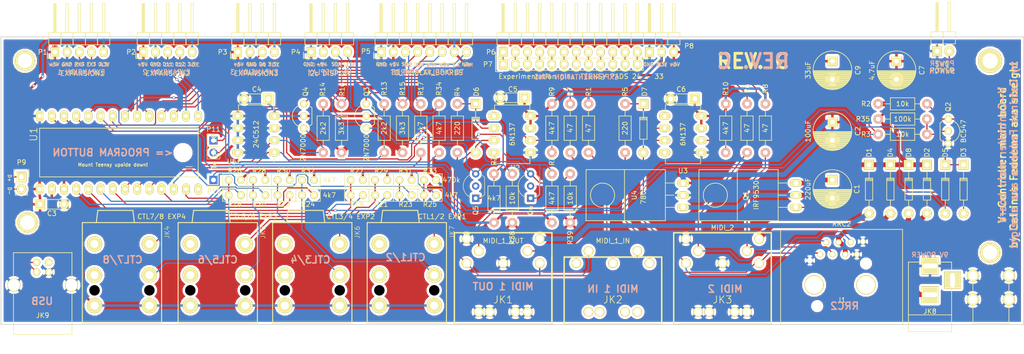
<source format=kicad_pcb>
(kicad_pcb (version 4) (host pcbnew 4.0.2-stable)
  (title_block (title "VController main board") (date 2017-09-04) (rev C) (company "Sixeight productions"))
  (layers (0 F.Cu signal) (31 B.Cu signal) (34 B.Paste user) (35 F.Paste user) (36 B.SilkS user) (37 F.SilkS user) (38 B.Mask user) (39 F.Mask user) (44 Edge.Cuts user))
  (net 0 "")
  (net 1 "Net-(C1-Pad1)")
  (net 2 GND)
  (net 3 +5V)
  (net 4 "Net-(D1-Pad2)")
  (net 5 +9V)
  (net 6 "Net-(D3-Pad2)")
  (net 7 "Net-(D3-Pad1)")
  (net 8 POWER_SW)
  (net 9 "Net-(D6-Pad2)")
  (net 10 "Net-(D6-Pad1)")
  (net 11 "Net-(D7-Pad2)")
  (net 12 "Net-(D7-Pad1)")
  (net 13 +3V3)
  (net 14 "Net-(P1-Pad4)")
  (net 15 "Net-(P3-Pad3)")
  (net 16 INTA)
  (net 17 NEO)
  (net 18 "Net-(Q2-Pad2)")
  (net 19 SDA3.3)
  (net 20 SCL3.3)
  (net 21 POWER)
  (net 22 "Net-(R6-Pad1)")
  (net 23 "Net-(R7-Pad1)")
  (net 24 "Net-(R9-Pad2)")
  (net 25 "Net-(R10-Pad2)")
  (net 26 "Net-(R17-Pad2)")
  (net 27 "Net-(R18-Pad2)")
  (net 28 "Net-(R19-Pad2)")
  (net 29 "Net-(R20-Pad2)")
  (net 30 "Net-(R21-Pad2)")
  (net 31 "Net-(R22-Pad2)")
  (net 32 "Net-(R23-Pad2)")
  (net 33 "Net-(R24-Pad2)")
  (net 34 "Net-(P2-Pad3)")
  (net 35 "Net-(D2-Pad2)")
  (net 36 "Net-(JK1-Pad5)")
  (net 37 "Net-(JK1-Pad4)")
  (net 38 "Net-(JK1-Pad1)")
  (net 39 "Net-(JK2-Pad3)")
  (net 40 "Net-(JK2-Pad2)")
  (net 41 "Net-(JK2-Pad1)")
  (net 42 "Net-(JK4-PadT)")
  (net 43 "Net-(JK4-PadT-)")
  (net 44 "Net-(JK4-PadR)")
  (net 45 "Net-(JK4-PadR-)")
  (net 46 "Net-(JK5-PadT)")
  (net 47 "Net-(JK5-PadT-)")
  (net 48 "Net-(JK5-PadR)")
  (net 49 "Net-(JK5-PadR-)")
  (net 50 "Net-(JK6-PadT)")
  (net 51 "Net-(JK6-PadT-)")
  (net 52 "Net-(JK6-PadR)")
  (net 53 "Net-(JK6-PadR-)")
  (net 54 "Net-(JK7-PadT)")
  (net 55 "Net-(JK7-PadT-)")
  (net 56 "Net-(JK7-PadR)")
  (net 57 "Net-(JK7-PadR-)")
  (net 58 "Net-(JK8-Pad3)")
  (net 59 "Net-(JK9-Pad2)")
  (net 60 "Net-(JK9-Pad1)")
  (net 61 "Net-(JK9-Pad3)")
  (net 62 "Net-(P6-Pad3)")
  (net 63 "Net-(P6-Pad4)")
  (net 64 "Net-(P1-Pad3)")
  (net 65 "Net-(P2-Pad4)")
  (net 66 "Net-(P6-Pad1)")
  (net 67 "Net-(P6-Pad2)")
  (net 68 "Net-(P6-Pad5)")
  (net 69 "Net-(P6-Pad6)")
  (net 70 "Net-(P6-Pad7)")
  (net 71 "Net-(P6-Pad8)")
  (net 72 "Net-(P6-Pad9)")
  (net 73 "Net-(P6-Pad10)")
  (net 74 "Net-(P6-Pad11)")
  (net 75 "Net-(P6-Pad12)")
  (net 76 /SDA)
  (net 77 /SCL)
  (net 78 GNDA)
  (net 79 "Net-(J1-Pad1)")
  (net 80 "Net-(J1-Pad3)")
  (net 81 "Net-(J1-Pad6)")
  (net 82 "Net-(P5-Pad6)")
  (net 83 NEO2)
  (net 84 "Net-(P10-Pad1)")
  (net 85 "Net-(U1-Pad13)")
  (net 86 "Net-(P4-Pad3)")
  (net 87 "Net-(P4-Pad4)")
  (net 88 "Net-(P11-Pad1)")
  (net 89 "Net-(P11-Pad2)")
  (net 90 "Net-(Q5-Pad2)")
  (net 91 "Net-(Q6-Pad2)")
  (net 92 "Net-(D4-Pad2)")
  (net 93 "Net-(D8-Pad2)")
  (module Connect:BARREL_JACK (layer F.Cu) (at 220.99 133.985 90)
    (fp_text reference JK8 (at -3.27198 0 180) (layer F.SilkS))
    (fp_text value "DC POWER")
    (pad 1 thru_hole rect (at 6.20014 0 90) (size 3.50012 3.50012) (drill oval 1.00076 2.99974) (layers *.Cu *.Mask F.SilkS) (net 2 GND))
    (pad 2 thru_hole rect (at 0.20066 0 90) (size 3.50012 3.50012) (drill oval 1.00076 2.99974) (layers *.Cu *.Mask F.SilkS) (net 35 "Net-(D2-Pad2)"))
    (pad 3 thru_hole rect (at 3.2004 4.699 90) (size 3.50012 3.50012) (drill oval 2.99974 1.00076) (layers *.Cu *.Mask F.SilkS) (net 58 "Net-(JK8-Pad3)"))
  )
  (module Pin_Headers:Pin_Header_Angled_1x04 (layer F.Cu) (at 76.835 83.185 90)
    (fp_text reference P3 (at 0 -3.175 180) (layer F.SilkS))
    (fp_text value EXPANSION3 (at -4.445 3.81 180) (layer F.SilkS))
    (pad 1 thru_hole rect (at 0 0 90) (size 2.032 1.7272) (drill 1.016) (layers *.Cu *.Mask F.SilkS) (net 3 +5V))
    (pad 2 thru_hole oval (at 0 2.54 90) (size 2.032 1.7272) (drill 1.016) (layers *.Cu *.Mask F.SilkS) (net 2 GND))
    (pad 3 thru_hole oval (at 0 5.08 90) (size 2.032 1.7272) (drill 1.016) (layers *.Cu *.Mask F.SilkS) (net 15 "Net-(P3-Pad3)"))
    (pad 4 thru_hole oval (at 0 7.62 90) (size 2.032 1.7272) (drill 1.016) (layers *.Cu *.Mask F.SilkS) (net 13 +3V3))
  )
  (module Pin_Headers:Pin_Header_Angled_1x05 (layer F.Cu) (at 38.735 83.185 90)
    (fp_text reference P1 (at 0 -2.54 180) (layer F.SilkS))
    (fp_text value EXPANSION1 (at -4.445 5.715 180) (layer F.SilkS))
    (pad 1 thru_hole rect (at 0 0 90) (size 2.032 1.7272) (drill 1.016) (layers *.Cu *.Mask F.SilkS) (net 3 +5V))
    (pad 2 thru_hole oval (at 0 2.54 90) (size 2.032 1.7272) (drill 1.016) (layers *.Cu *.Mask F.SilkS) (net 2 GND))
    (pad 3 thru_hole oval (at 0 5.08 90) (size 2.032 1.7272) (drill 1.016) (layers *.Cu *.Mask F.SilkS) (net 64 "Net-(P1-Pad3)"))
    (pad 4 thru_hole oval (at 0 7.62 90) (size 2.032 1.7272) (drill 1.016) (layers *.Cu *.Mask F.SilkS) (net 14 "Net-(P1-Pad4)"))
    (pad 5 thru_hole oval (at 0 10.16 90) (size 2.032 1.7272) (drill 1.016) (layers *.Cu *.Mask F.SilkS) (net 13 +3V3))
  )
  (module Pin_Headers:Pin_Header_Angled_1x05 (layer F.Cu) (at 57.15 83.185 90)
    (fp_text reference P2 (at 0 -2.54 180) (layer F.SilkS))
    (fp_text value EXPANSION2 (at -4.445 5.08 180) (layer F.SilkS))
    (pad 1 thru_hole rect (at 0 0 90) (size 2.032 1.7272) (drill 1.016) (layers *.Cu *.Mask F.SilkS) (net 3 +5V))
    (pad 2 thru_hole oval (at 0 2.54 90) (size 2.032 1.7272) (drill 1.016) (layers *.Cu *.Mask F.SilkS) (net 2 GND))
    (pad 3 thru_hole oval (at 0 5.08 90) (size 2.032 1.7272) (drill 1.016) (layers *.Cu *.Mask F.SilkS) (net 34 "Net-(P2-Pad3)"))
    (pad 4 thru_hole oval (at 0 7.62 90) (size 2.032 1.7272) (drill 1.016) (layers *.Cu *.Mask F.SilkS) (net 65 "Net-(P2-Pad4)"))
    (pad 5 thru_hole oval (at 0 10.16 90) (size 2.032 1.7272) (drill 1.016) (layers *.Cu *.Mask F.SilkS) (net 13 +3V3))
  )
  (module Pin_Headers:Pin_Header_Angled_1x08 (layer F.Cu) (at 106.68 83.185 90)
    (fp_text reference P5 (at 0.16 -3.175 180) (layer F.SilkS))
    (fp_text value TO_DISPLAY_BOARDS (at -4.285 9.525 180) (layer F.SilkS))
    (pad 1 thru_hole rect (at 0 0 90) (size 2.032 1.7272) (drill 1.016) (layers *.Cu *.Mask F.SilkS) (net 2 GND))
    (pad 2 thru_hole oval (at 0 2.54 90) (size 2.032 1.7272) (drill 1.016) (layers *.Cu *.Mask F.SilkS) (net 3 +5V))
    (pad 3 thru_hole oval (at 0 5.08 90) (size 2.032 1.7272) (drill 1.016) (layers *.Cu *.Mask F.SilkS) (net 76 /SDA))
    (pad 4 thru_hole oval (at 0 7.62 90) (size 2.032 1.7272) (drill 1.016) (layers *.Cu *.Mask F.SilkS) (net 77 /SCL))
    (pad 5 thru_hole oval (at 0 10.16 90) (size 2.032 1.7272) (drill 1.016) (layers *.Cu *.Mask F.SilkS) (net 16 INTA))
    (pad 6 thru_hole oval (at 0 12.7 90) (size 2.032 1.7272) (drill 1.016) (layers *.Cu *.Mask F.SilkS) (net 82 "Net-(P5-Pad6)"))
    (pad 7 thru_hole oval (at 0 15.24 90) (size 2.032 1.7272) (drill 1.016) (layers *.Cu *.Mask F.SilkS) (net 13 +3V3))
    (pad 8 thru_hole oval (at 0 17.78 90) (size 2.032 1.7272) (drill 1.016) (layers *.Cu *.Mask F.SilkS) (net 17 NEO))
  )
  (module Connect:USB_B (layer F.Cu) (at 37.465 127.061 270)
    (fp_text reference JK9 (at 11.049 1.27 360) (layer F.SilkS))
    (fp_text value USB_B)
    (pad 2 thru_hole circle (at 0 2.54 180) (size 1.524 1.524) (drill 0.8128) (layers *.Cu *.Mask F.SilkS) (net 59 "Net-(JK9-Pad2)"))
    (pad 1 thru_hole circle (at 0 0 180) (size 1.524 1.524) (drill 0.8128) (layers *.Cu *.Mask F.SilkS) (net 60 "Net-(JK9-Pad1)"))
    (pad 4 thru_hole circle (at 1.99898 0 180) (size 1.524 1.524) (drill 0.8128) (layers *.Cu *.Mask F.SilkS) (net 2 GND))
    (pad 3 thru_hole circle (at 1.99898 2.54 180) (size 1.524 1.524) (drill 0.8128) (layers *.Cu *.Mask F.SilkS) (net 61 "Net-(JK9-Pad3)"))
    (pad 5 thru_hole circle (at 4.699 7.26948 180) (size 2.70002 2.70002) (drill 2.30124) (layers *.Cu *.Mask F.SilkS) (net 2 GND))
    (pad 5 thru_hole circle (at 4.699 -4.72948 180) (size 2.70002 2.70002) (drill 2.30124) (layers *.Cu *.Mask F.SilkS) (net 2 GND))
  )
  (module Resistors_ThroughHole:Resistor_Horizontal_RM10mm (layer F.Cu) (at 149.87 93.98 270)
    (fp_text reference R1 (at -2.54 0 270) (layer F.SilkS))
    (fp_text value 47 (at 5.08 0 270) (layer F.SilkS))
    (pad 1 thru_hole circle (at 0 0 270) (size 1.99898 1.99898) (drill 1.00076) (layers *.Cu *.SilkS *.Mask) (net 13 +3V3))
    (pad 2 thru_hole circle (at 10.16 0 270) (size 1.99898 1.99898) (drill 1.00076) (layers *.Cu *.SilkS *.Mask) (net 37 "Net-(JK1-Pad4)"))
  )
  (module Resistors_ThroughHole:Resistor_Horizontal_RM10mm (layer F.Cu) (at 210.195 93.98)
    (fp_text reference R2 (at -2.54 0) (layer F.SilkS))
    (fp_text value 10k (at 5.08 0) (layer F.SilkS))
    (pad 1 thru_hole circle (at 0 0) (size 1.99898 1.99898) (drill 1.00076) (layers *.Cu *.SilkS *.Mask) (net 5 +9V))
    (pad 2 thru_hole circle (at 10.16 0) (size 1.99898 1.99898) (drill 1.00076) (layers *.Cu *.SilkS *.Mask) (net 6 "Net-(D3-Pad2)"))
  )
  (module Resistors_ThroughHole:Resistor_Horizontal_RM10mm (layer F.Cu) (at 210.185 100.33)
    (fp_text reference R3 (at -2.54 0) (layer F.SilkS))
    (fp_text value 10k (at 5.08 0) (layer F.SilkS))
    (pad 1 thru_hole circle (at 0 0) (size 1.99898 1.99898) (drill 1.00076) (layers *.Cu *.SilkS *.Mask) (net 21 POWER))
    (pad 2 thru_hole circle (at 10.16 0) (size 1.99898 1.99898) (drill 1.00076) (layers *.Cu *.SilkS *.Mask) (net 18 "Net-(Q2-Pad2)"))
  )
  (module Resistors_ThroughHole:Resistor_Horizontal_RM10mm (layer F.Cu) (at 122.555 93.98 270)
    (fp_text reference R4 (at -2.54 0 270) (layer F.SilkS))
    (fp_text value 220 (at 5.08 0 270) (layer F.SilkS))
    (pad 1 thru_hole circle (at 0 0 270) (size 1.99898 1.99898) (drill 1.00076) (layers *.Cu *.SilkS *.Mask) (net 10 "Net-(D6-Pad1)"))
    (pad 2 thru_hole circle (at 10.16 0 270) (size 1.99898 1.99898) (drill 1.00076) (layers *.Cu *.SilkS *.Mask) (net 38 "Net-(JK1-Pad1)"))
  )
  (module Resistors_ThroughHole:Resistor_Horizontal_RM10mm (layer F.Cu) (at 157.49 93.98 270)
    (fp_text reference R5 (at -2.54 0 270) (layer F.SilkS))
    (fp_text value 220 (at 5.08 0 270) (layer F.SilkS))
    (pad 1 thru_hole circle (at 0 0 270) (size 1.99898 1.99898) (drill 1.00076) (layers *.Cu *.SilkS *.Mask) (net 12 "Net-(D7-Pad1)"))
    (pad 2 thru_hole circle (at 10.16 0 270) (size 1.99898 1.99898) (drill 1.00076) (layers *.Cu *.SilkS *.Mask) (net 79 "Net-(J1-Pad1)"))
  )
  (module Resistors_ThroughHole:Resistor_Horizontal_RM10mm (layer F.Cu) (at 182.89 93.98 270)
    (fp_text reference R6 (at -3.175 0 270) (layer F.SilkS))
    (fp_text value 47 (at 5.08 0 270) (layer F.SilkS))
    (pad 1 thru_hole circle (at 0 0 270) (size 1.99898 1.99898) (drill 1.00076) (layers *.Cu *.SilkS *.Mask) (net 22 "Net-(R6-Pad1)"))
    (pad 2 thru_hole circle (at 10.16 0 270) (size 1.99898 1.99898) (drill 1.00076) (layers *.Cu *.SilkS *.Mask) (net 81 "Net-(J1-Pad6)"))
  )
  (module Resistors_ThroughHole:Resistor_Horizontal_RM10mm (layer F.Cu) (at 146.06 93.98 270)
    (fp_text reference R7 (at -2.54 0 270) (layer F.SilkS))
    (fp_text value 47 (at 5.08 0 270) (layer F.SilkS))
    (pad 1 thru_hole circle (at 0 0 270) (size 1.99898 1.99898) (drill 1.00076) (layers *.Cu *.SilkS *.Mask) (net 23 "Net-(R7-Pad1)"))
    (pad 2 thru_hole circle (at 10.16 0 270) (size 1.99898 1.99898) (drill 1.00076) (layers *.Cu *.SilkS *.Mask) (net 36 "Net-(JK1-Pad5)"))
  )
  (module Resistors_ThroughHole:Resistor_Horizontal_RM10mm (layer F.Cu) (at 186.7 93.98 270)
    (fp_text reference R8 (at -3.175 0 270) (layer F.SilkS))
    (fp_text value 47 (at 5.08 0 270) (layer F.SilkS))
    (pad 1 thru_hole circle (at 0 0 270) (size 1.99898 1.99898) (drill 1.00076) (layers *.Cu *.SilkS *.Mask) (net 13 +3V3))
    (pad 2 thru_hole circle (at 10.16 0 270) (size 1.99898 1.99898) (drill 1.00076) (layers *.Cu *.SilkS *.Mask) (net 80 "Net-(J1-Pad3)"))
  )
  (module Resistors_ThroughHole:Resistor_Horizontal_RM10mm (layer F.Cu) (at 142.24 93.98 270)
    (fp_text reference R9 (at -2.54 0 270) (layer F.SilkS))
    (fp_text value 4k7 (at 5.08 0 270) (layer F.SilkS))
    (pad 1 thru_hole circle (at 0 0 270) (size 1.99898 1.99898) (drill 1.00076) (layers *.Cu *.SilkS *.Mask) (net 13 +3V3))
    (pad 2 thru_hole circle (at 10.16 0 270) (size 1.99898 1.99898) (drill 1.00076) (layers *.Cu *.SilkS *.Mask) (net 24 "Net-(R9-Pad2)"))
  )
  (module Resistors_ThroughHole:Resistor_Horizontal_RM10mm (layer F.Cu) (at 178.445 93.98 270)
    (fp_text reference R10 (at -3.175 0 270) (layer F.SilkS))
    (fp_text value 4k7 (at 5.08 0 270) (layer F.SilkS))
    (pad 1 thru_hole circle (at 0 0 270) (size 1.99898 1.99898) (drill 1.00076) (layers *.Cu *.SilkS *.Mask) (net 13 +3V3))
    (pad 2 thru_hole circle (at 10.16 0 270) (size 1.99898 1.99898) (drill 1.00076) (layers *.Cu *.SilkS *.Mask) (net 25 "Net-(R10-Pad2)"))
  )
  (module Resistors_ThroughHole:Resistor_Horizontal_RM10mm (layer F.Cu) (at 107.315 93.98 270)
    (fp_text reference R13 (at -3.175 0 270) (layer F.SilkS))
    (fp_text value 2k2 (at 5.08 0 270) (layer F.SilkS))
    (pad 1 thru_hole circle (at 0 0 270) (size 1.99898 1.99898) (drill 1.00076) (layers *.Cu *.SilkS *.Mask) (net 13 +3V3))
    (pad 2 thru_hole circle (at 10.16 0 270) (size 1.99898 1.99898) (drill 1.00076) (layers *.Cu *.SilkS *.Mask) (net 19 SDA3.3))
  )
  (module Resistors_ThroughHole:Resistor_Horizontal_RM10mm (layer F.Cu) (at 94.615 93.98 270)
    (fp_text reference R14 (at -3.048 0.117 270) (layer F.SilkS))
    (fp_text value 2k2 (at 5.08 0 270) (layer F.SilkS))
    (pad 1 thru_hole circle (at 0 0 270) (size 1.99898 1.99898) (drill 1.00076) (layers *.Cu *.SilkS *.Mask) (net 13 +3V3))
    (pad 2 thru_hole circle (at 10.16 0 270) (size 1.99898 1.99898) (drill 1.00076) (layers *.Cu *.SilkS *.Mask) (net 20 SCL3.3))
  )
  (module Resistors_ThroughHole:Resistor_Horizontal_RM10mm (layer F.Cu) (at 111.125 104.14 90)
    (fp_text reference R15 (at 13.335 0 90) (layer F.SilkS))
    (fp_text value 3k3 (at 5.08 0 90) (layer F.SilkS))
    (pad 1 thru_hole circle (at 0 0 90) (size 1.99898 1.99898) (drill 1.00076) (layers *.Cu *.SilkS *.Mask) (net 3 +5V))
    (pad 2 thru_hole circle (at 10.16 0 90) (size 1.99898 1.99898) (drill 1.00076) (layers *.Cu *.SilkS *.Mask) (net 76 /SDA))
  )
  (module Resistors_ThroughHole:Resistor_Horizontal_RM10mm (layer F.Cu) (at 98.425 104.14 90)
    (fp_text reference R16 (at 13.208 0.137 90) (layer F.SilkS))
    (fp_text value 3k3 (at 5.08 0 90) (layer F.SilkS))
    (pad 1 thru_hole circle (at 0 0 90) (size 1.99898 1.99898) (drill 1.00076) (layers *.Cu *.SilkS *.Mask) (net 3 +5V))
    (pad 2 thru_hole circle (at 10.16 0 90) (size 1.99898 1.99898) (drill 1.00076) (layers *.Cu *.SilkS *.Mask) (net 77 /SCL))
  )
  (module Resistors_ThroughHole:Resistor_Horizontal_RM10mm (layer F.Cu) (at 114.935 93.98 270)
    (fp_text reference R17 (at -3.175 0 270) (layer F.SilkS))
    (fp_text value 4k7 (at 5.08 0 270) (layer F.SilkS))
    (pad 1 thru_hole circle (at 0 0 270) (size 1.99898 1.99898) (drill 1.00076) (layers *.Cu *.SilkS *.Mask) (net 17 NEO))
    (pad 2 thru_hole circle (at 10.16 0 270) (size 1.99898 1.99898) (drill 1.00076) (layers *.Cu *.SilkS *.Mask) (net 26 "Net-(R17-Pad2)"))
  )
  (module Housings_DIP:DIP-8_W7.62mm_LongPads (layer F.Cu) (at 130.175 96.52)
    (fp_text reference U2 (at 4.445 10.795) (layer F.SilkS))
    (fp_text value 6N137 (at 3.81 3.81 90) (layer F.SilkS))
    (pad 1 thru_hole oval (at 0 0) (size 2.3 1.6) (drill 0.8) (layers *.Cu *.Mask F.SilkS))
    (pad 2 thru_hole oval (at 0 2.54) (size 2.3 1.6) (drill 0.8) (layers *.Cu *.Mask F.SilkS) (net 10 "Net-(D6-Pad1)"))
    (pad 3 thru_hole oval (at 0 5.08) (size 2.3 1.6) (drill 0.8) (layers *.Cu *.Mask F.SilkS) (net 9 "Net-(D6-Pad2)"))
    (pad 4 thru_hole oval (at 0 7.62) (size 2.3 1.6) (drill 0.8) (layers *.Cu *.Mask F.SilkS))
    (pad 5 thru_hole oval (at 7.62 7.62) (size 2.3 1.6) (drill 0.8) (layers *.Cu *.Mask F.SilkS) (net 2 GND))
    (pad 6 thru_hole oval (at 7.62 5.08) (size 2.3 1.6) (drill 0.8) (layers *.Cu *.Mask F.SilkS) (net 24 "Net-(R9-Pad2)"))
    (pad 7 thru_hole oval (at 7.62 2.54) (size 2.3 1.6) (drill 0.8) (layers *.Cu *.Mask F.SilkS) (net 13 +3V3))
    (pad 8 thru_hole oval (at 7.62 0) (size 2.3 1.6) (drill 0.8) (layers *.Cu *.Mask F.SilkS) (net 13 +3V3))
  )
  (module Housings_DIP:DIP-8_W7.62mm_LongPads (layer F.Cu) (at 165.735 96.52)
    (fp_text reference U3 (at 3.81 11.43) (layer F.SilkS))
    (fp_text value 6N137 (at 3.81 3.81 90) (layer F.SilkS))
    (pad 1 thru_hole oval (at 0 0) (size 2.3 1.6) (drill 0.8) (layers *.Cu *.Mask F.SilkS))
    (pad 2 thru_hole oval (at 0 2.54) (size 2.3 1.6) (drill 0.8) (layers *.Cu *.Mask F.SilkS) (net 12 "Net-(D7-Pad1)"))
    (pad 3 thru_hole oval (at 0 5.08) (size 2.3 1.6) (drill 0.8) (layers *.Cu *.Mask F.SilkS) (net 11 "Net-(D7-Pad2)"))
    (pad 4 thru_hole oval (at 0 7.62) (size 2.3 1.6) (drill 0.8) (layers *.Cu *.Mask F.SilkS))
    (pad 5 thru_hole oval (at 7.62 7.62) (size 2.3 1.6) (drill 0.8) (layers *.Cu *.Mask F.SilkS) (net 2 GND))
    (pad 6 thru_hole oval (at 7.62 5.08) (size 2.3 1.6) (drill 0.8) (layers *.Cu *.Mask F.SilkS) (net 25 "Net-(R10-Pad2)"))
    (pad 7 thru_hole oval (at 7.62 2.54) (size 2.3 1.6) (drill 0.8) (layers *.Cu *.Mask F.SilkS) (net 13 +3V3))
    (pad 8 thru_hole oval (at 7.62 0) (size 2.3 1.6) (drill 0.8) (layers *.Cu *.Mask F.SilkS) (net 13 +3V3))
  )
  (module Housings_DIP:DIP-8_W7.62mm_LongPads (layer F.Cu) (at 76.835 96.52)
    (fp_text reference U5 (at -1.26 9.525 180) (layer F.SilkS))
    (fp_text value 24C512 (at 3.81 3.81 90) (layer F.SilkS))
    (pad 1 thru_hole oval (at 0 0) (size 2.3 1.6) (drill 0.8) (layers *.Cu *.Mask F.SilkS) (net 2 GND))
    (pad 2 thru_hole oval (at 0 2.54) (size 2.3 1.6) (drill 0.8) (layers *.Cu *.Mask F.SilkS) (net 2 GND))
    (pad 3 thru_hole oval (at 0 5.08) (size 2.3 1.6) (drill 0.8) (layers *.Cu *.Mask F.SilkS) (net 2 GND))
    (pad 4 thru_hole oval (at 0 7.62) (size 2.3 1.6) (drill 0.8) (layers *.Cu *.Mask F.SilkS) (net 2 GND))
    (pad 5 thru_hole oval (at 7.62 7.62) (size 2.3 1.6) (drill 0.8) (layers *.Cu *.Mask F.SilkS) (net 19 SDA3.3))
    (pad 6 thru_hole oval (at 7.62 5.08) (size 2.3 1.6) (drill 0.8) (layers *.Cu *.Mask F.SilkS) (net 20 SCL3.3))
    (pad 7 thru_hole oval (at 7.62 2.54) (size 2.3 1.6) (drill 0.8) (layers *.Cu *.Mask F.SilkS) (net 2 GND))
    (pad 8 thru_hole oval (at 7.62 0) (size 2.3 1.6) (drill 0.8) (layers *.Cu *.Mask F.SilkS) (net 13 +3V3))
  )
  (module Library:NEUTRIK_NRJ6HF (layer F.Cu) (at 110.49 127.635 270)
    (fp_text reference JK7 (at -6.858 -10.933 270) (layer F.SilkS) (effects (font (thickness 0.1))))
    (fp_text value "CTL1/2 EXP1" (at -10.145 -8.89 360) (layer F.SilkS))
    (pad T thru_hole circle (at -4.445 -7.25 270) (size 3.175 3.175) (drill 1.6764) (layers *.Cu *.Mask F.SilkS) (net 54 "Net-(JK7-PadT)"))
    (pad S thru_hole circle (at 8.4138 -7.25 270) (size 3.175 3.175) (drill 1.6764) (layers *.Cu *.Mask F.SilkS) (net 78 GNDA))
    (pad S- thru_hole circle (at 8.4139 4.18 270) (size 3.175 3.175) (drill 1.6764) (layers *.Cu *.Mask F.SilkS) (net 78 GNDA))
    (pad T- thru_hole circle (at -4.4449 4.18 270) (size 3.175 3.175) (drill 1.6764) (layers *.Cu *.Mask F.SilkS) (net 55 "Net-(JK7-PadT-)"))
    (pad R thru_hole circle (at 2.055 -7.25 270) (size 3.175 3.175) (drill 1.6764) (layers *.Cu *.Mask F.SilkS) (net 56 "Net-(JK7-PadR)"))
    (pad R- thru_hole circle (at 2.0551 4.18 270) (size 3.175 3.175) (drill 1.6764) (layers *.Cu *.Mask F.SilkS) (net 57 "Net-(JK7-PadR-)"))
    (pad Hole np_thru_hole circle (at 5.2388 -7.25 270) (size 2.1844 2.1844) (drill 2.1844) (layers))
    (pad Hole np_thru_hole circle (at 5.2389 4.18 270) (size 2.1844 2.1844) (drill 2.1844) (layers))
  )
  (module Library:NEUTRIK_NRJ6HF (layer F.Cu) (at 90.805 127.635 270)
    (fp_text reference JK6 (at -6.858 -10.933 270) (layer F.SilkS) (effects (font (thickness 0.1))))
    (fp_text value "CTL3/4 EXP2" (at -10.145 -9.525 360) (layer F.SilkS))
    (pad T thru_hole circle (at -4.445 -7.25 270) (size 3.175 3.175) (drill 1.6764) (layers *.Cu *.Mask F.SilkS) (net 50 "Net-(JK6-PadT)"))
    (pad S thru_hole circle (at 8.4138 -7.25 270) (size 3.175 3.175) (drill 1.6764) (layers *.Cu *.Mask F.SilkS) (net 78 GNDA))
    (pad S- thru_hole circle (at 8.4139 4.18 270) (size 3.175 3.175) (drill 1.6764) (layers *.Cu *.Mask F.SilkS) (net 78 GNDA))
    (pad T- thru_hole circle (at -4.4449 4.18 270) (size 3.175 3.175) (drill 1.6764) (layers *.Cu *.Mask F.SilkS) (net 51 "Net-(JK6-PadT-)"))
    (pad R thru_hole circle (at 2.055 -7.25 270) (size 3.175 3.175) (drill 1.6764) (layers *.Cu *.Mask F.SilkS) (net 52 "Net-(JK6-PadR)"))
    (pad R- thru_hole circle (at 2.0551 4.18 270) (size 3.175 3.175) (drill 1.6764) (layers *.Cu *.Mask F.SilkS) (net 53 "Net-(JK6-PadR-)"))
    (pad Hole np_thru_hole circle (at 5.2388 -7.25 270) (size 2.1844 2.1844) (drill 2.1844) (layers))
    (pad Hole np_thru_hole circle (at 5.2389 4.18 270) (size 2.1844 2.1844) (drill 2.1844) (layers))
  )
  (module Library:NEUTRIK_NRJ6HF (layer F.Cu) (at 71.12 127.635 270)
    (fp_text reference JK5 (at -6.858 -10.933 270) (layer F.SilkS) (effects (font (thickness 0.1))))
    (fp_text value "CTL5/6 EXP3" (at -10.145 -8.89 360) (layer F.SilkS))
    (pad T thru_hole circle (at -4.445 -7.25 270) (size 3.175 3.175) (drill 1.6764) (layers *.Cu *.Mask F.SilkS) (net 46 "Net-(JK5-PadT)"))
    (pad S thru_hole circle (at 8.4138 -7.25 270) (size 3.175 3.175) (drill 1.6764) (layers *.Cu *.Mask F.SilkS) (net 78 GNDA))
    (pad S- thru_hole circle (at 8.4139 4.18 270) (size 3.175 3.175) (drill 1.6764) (layers *.Cu *.Mask F.SilkS) (net 78 GNDA))
    (pad T- thru_hole circle (at -4.4449 4.18 270) (size 3.175 3.175) (drill 1.6764) (layers *.Cu *.Mask F.SilkS) (net 47 "Net-(JK5-PadT-)"))
    (pad R thru_hole circle (at 2.055 -7.25 270) (size 3.175 3.175) (drill 1.6764) (layers *.Cu *.Mask F.SilkS) (net 48 "Net-(JK5-PadR)"))
    (pad R- thru_hole circle (at 2.0551 4.18 270) (size 3.175 3.175) (drill 1.6764) (layers *.Cu *.Mask F.SilkS) (net 49 "Net-(JK5-PadR-)"))
    (pad Hole np_thru_hole circle (at 5.2388 -7.25 270) (size 2.1844 2.1844) (drill 2.1844) (layers))
    (pad Hole np_thru_hole circle (at 5.2389 4.18 270) (size 2.1844 2.1844) (drill 2.1844) (layers))
  )
  (module Library:NEUTRIK_NRJ6HF (layer F.Cu) (at 51.17 127.635 270)
    (fp_text reference JK4 (at -6.858 -10.933 270) (layer F.SilkS) (effects (font (thickness 0.1))))
    (fp_text value "CTL7/8 EXP4" (at -10.145 -9.79 360) (layer F.SilkS))
    (pad T thru_hole circle (at -4.445 -7.25 270) (size 3.175 3.175) (drill 1.6764) (layers *.Cu *.Mask F.SilkS) (net 42 "Net-(JK4-PadT)"))
    (pad S thru_hole circle (at 8.4138 -7.25 270) (size 3.175 3.175) (drill 1.6764) (layers *.Cu *.Mask F.SilkS) (net 78 GNDA))
    (pad S- thru_hole circle (at 8.4139 4.18 270) (size 3.175 3.175) (drill 1.6764) (layers *.Cu *.Mask F.SilkS) (net 78 GNDA))
    (pad T- thru_hole circle (at -4.4449 4.18 270) (size 3.175 3.175) (drill 1.6764) (layers *.Cu *.Mask F.SilkS) (net 43 "Net-(JK4-PadT-)"))
    (pad R thru_hole circle (at 2.055 -7.25 270) (size 3.175 3.175) (drill 1.6764) (layers *.Cu *.Mask F.SilkS) (net 44 "Net-(JK4-PadR)"))
    (pad R- thru_hole circle (at 2.0551 4.18 270) (size 3.175 3.175) (drill 1.6764) (layers *.Cu *.Mask F.SilkS) (net 45 "Net-(JK4-PadR-)"))
    (pad Hole np_thru_hole circle (at 5.2388 -7.25 270) (size 2.1844 2.1844) (drill 2.1844) (layers))
    (pad Hole np_thru_hole circle (at 5.2389 4.18 270) (size 2.1844 2.1844) (drill 2.1844) (layers))
  )
  (module Connect:1pin (layer F.Cu) (at 32.5 85)
    (fp_text reference REF** hide)
    (fp_text value 1pin hide)
    (pad 1 thru_hole circle (at 0 0) (size 4.064 4.064) (drill 3.048) (layers *.Cu *.Mask F.SilkS))
  )
  (module Connect:1pin (layer F.Cu) (at 233.49 125)
    (fp_text reference REF** hide)
    (fp_text value 1pin hide)
    (pad 1 thru_hole circle (at 0 0) (size 4.064 4.064) (drill 3.048) (layers *.Cu *.Mask F.SilkS))
  )
  (module Connect:1pin (layer F.Cu) (at 233.49 85)
    (fp_text reference REF** hide)
    (fp_text value 1pin hide)
    (pad 1 thru_hole circle (at 0 0) (size 5 5) (drill 3.2) (layers *.Cu *.Mask F.SilkS))
  )
  (module Connect:1pin (layer F.Cu) (at 33.02 118.745)
    (fp_text reference REF** hide)
    (fp_text value 1pin hide)
    (pad 1 thru_hole circle (at 0 0) (size 4.064 4.064) (drill 3.048) (layers *.Cu *.Mask F.SilkS))
  )
  (module Library:TO-220_Flat_CF (layer F.Cu) (at 193.05 113.03 90)
    (fp_text reference Q1 (at -0.11 -10.39 90) (layer F.SilkS))
    (fp_text value IRF9530 (at 0 -8.255 90) (layer F.SilkS))
    (pad 2 thru_hole oval (at 0 0 180) (size 2.49936 1.50114) (drill 1.00076) (layers *.Cu *.Mask F.SilkS) (net 1 "Net-(C1-Pad1)"))
    (pad 1 thru_hole oval (at -2.54 0 180) (size 2.49936 1.50114) (drill 1.00076) (layers *.Cu *.Mask F.SilkS) (net 6 "Net-(D3-Pad2)"))
    (pad 3 thru_hole oval (at 2.54 0 180) (size 2.49936 1.50114) (drill 1.00076) (layers *.Cu *.Mask F.SilkS) (net 5 +9V))
  )
  (module Library:TO-220_Flat_CF (layer F.Cu) (at 169.555 113.03 90)
    (fp_text reference U4 (at 0 -10.16 90) (layer F.SilkS))
    (fp_text value 7805 (at 0 -8.255 90) (layer F.SilkS))
    (pad 2 thru_hole oval (at 0 0 180) (size 2.49936 1.50114) (drill 1.00076) (layers *.Cu *.Mask F.SilkS) (net 2 GND))
    (pad 1 thru_hole oval (at -2.54 0 180) (size 2.49936 1.50114) (drill 1.00076) (layers *.Cu *.Mask F.SilkS) (net 1 "Net-(C1-Pad1)"))
    (pad 3 thru_hole oval (at 2.54 0 180) (size 2.49936 1.50114) (drill 1.00076) (layers *.Cu *.Mask F.SilkS) (net 3 +5V))
  )
  (module TO_SOT_Packages_THT:TO-92_Inline_Wide (layer F.Cu) (at 224.79 97.155 270)
    (fp_text reference Q2 (at -2.54 0 450) (layer F.SilkS))
    (fp_text value BC547 (at 2.54 -3.175 270) (layer F.SilkS))
    (pad 2 thru_hole circle (at 2.54 0) (size 1.524 1.524) (drill 0.8) (layers *.Cu *.Mask F.SilkS) (net 18 "Net-(Q2-Pad2)"))
    (pad 3 thru_hole circle (at 5.08 0) (size 1.524 1.524) (drill 0.8) (layers *.Cu *.Mask F.SilkS) (net 2 GND))
    (pad 1 thru_hole circle (at 0 0) (size 1.524 1.524) (drill 0.8) (layers *.Cu *.Mask F.SilkS) (net 6 "Net-(D3-Pad2)"))
  )
  (module TO_SOT_Packages_THT:TO-92_Inline_Wide (layer F.Cu) (at 103.57 99.06 90)
    (fp_text reference Q3 (at 7.62 0.072 270) (layer F.SilkS))
    (fp_text value 2N7000 (at -4.064 0.072 90) (layer F.SilkS))
    (pad 2 thru_hole circle (at 2.54 0 180) (size 1.524 1.524) (drill 0.8) (layers *.Cu *.Mask F.SilkS) (net 13 +3V3))
    (pad 3 thru_hole circle (at 5.08 0 180) (size 1.524 1.524) (drill 0.8) (layers *.Cu *.Mask F.SilkS) (net 76 /SDA))
    (pad 1 thru_hole circle (at 0 0 180) (size 1.524 1.524) (drill 0.8) (layers *.Cu *.Mask F.SilkS) (net 19 SDA3.3))
  )
  (module TO_SOT_Packages_THT:TO-92_Inline_Wide (layer F.Cu) (at 90.57 99.06 90)
    (fp_text reference Q4 (at 7.62 0.372 270) (layer F.SilkS))
    (fp_text value 2N7000 (at -4.064 -0.136 90) (layer F.SilkS))
    (pad 2 thru_hole circle (at 2.54 0 180) (size 1.524 1.524) (drill 0.8) (layers *.Cu *.Mask F.SilkS) (net 13 +3V3))
    (pad 3 thru_hole circle (at 5.08 0 180) (size 1.524 1.524) (drill 0.8) (layers *.Cu *.Mask F.SilkS) (net 77 /SCL))
    (pad 1 thru_hole circle (at 0 0 180) (size 1.524 1.524) (drill 0.8) (layers *.Cu *.Mask F.SilkS) (net 20 SCL3.3))
  )
  (module Pin_Headers:Pin_Header_Angled_1x12 (layer F.Cu) (at 132.08 83.185 90)
    (fp_text reference P6 (at 0 -2.54 180) (layer F.SilkS))
    (fp_text value "Experimentation pins" (at -5.08 6.985 180) (layer F.SilkS))
    (pad 1 thru_hole rect (at 0 0 90) (size 2.032 1.7272) (drill 1.016) (layers *.Cu *.Mask F.SilkS) (net 66 "Net-(P6-Pad1)"))
    (pad 2 thru_hole oval (at 0 2.54 90) (size 2.032 1.7272) (drill 1.016) (layers *.Cu *.Mask F.SilkS) (net 67 "Net-(P6-Pad2)"))
    (pad 3 thru_hole oval (at 0 5.08 90) (size 2.032 1.7272) (drill 1.016) (layers *.Cu *.Mask F.SilkS) (net 62 "Net-(P6-Pad3)"))
    (pad 4 thru_hole oval (at 0 7.62 90) (size 2.032 1.7272) (drill 1.016) (layers *.Cu *.Mask F.SilkS) (net 63 "Net-(P6-Pad4)"))
    (pad 5 thru_hole oval (at 0 10.16 90) (size 2.032 1.7272) (drill 1.016) (layers *.Cu *.Mask F.SilkS) (net 68 "Net-(P6-Pad5)"))
    (pad 6 thru_hole oval (at 0 12.7 90) (size 2.032 1.7272) (drill 1.016) (layers *.Cu *.Mask F.SilkS) (net 69 "Net-(P6-Pad6)"))
    (pad 7 thru_hole oval (at 0 15.24 90) (size 2.032 1.7272) (drill 1.016) (layers *.Cu *.Mask F.SilkS) (net 70 "Net-(P6-Pad7)"))
    (pad 8 thru_hole oval (at 0 17.78 90) (size 2.032 1.7272) (drill 1.016) (layers *.Cu *.Mask F.SilkS) (net 71 "Net-(P6-Pad8)"))
    (pad 9 thru_hole oval (at 0 20.32 90) (size 2.032 1.7272) (drill 1.016) (layers *.Cu *.Mask F.SilkS) (net 72 "Net-(P6-Pad9)"))
    (pad 10 thru_hole oval (at 0 22.86 90) (size 2.032 1.7272) (drill 1.016) (layers *.Cu *.Mask F.SilkS) (net 73 "Net-(P6-Pad10)"))
    (pad 11 thru_hole oval (at 0 25.4 90) (size 2.032 1.7272) (drill 1.016) (layers *.Cu *.Mask F.SilkS) (net 74 "Net-(P6-Pad11)"))
    (pad 12 thru_hole oval (at 0 27.94 90) (size 2.032 1.7272) (drill 1.016) (layers *.Cu *.Mask F.SilkS) (net 75 "Net-(P6-Pad12)"))
  )
  (module Pin_Headers:Pin_Header_Straight_1x12 (layer F.Cu) (at 132.08 85.725 90)
    (fp_text reference P7 (at 0 -3.175 180) (layer F.SilkS))
    (fp_text value "TEENSY PADS 24 - 33" (at -2.54 24.765 180) (layer F.SilkS))
    (pad 1 thru_hole rect (at 0 0 90) (size 2.032 1.7272) (drill 1.016) (layers *.Cu *.Mask F.SilkS) (net 66 "Net-(P6-Pad1)"))
    (pad 2 thru_hole oval (at 0 2.54 90) (size 2.032 1.7272) (drill 1.016) (layers *.Cu *.Mask F.SilkS) (net 67 "Net-(P6-Pad2)"))
    (pad 3 thru_hole oval (at 0 5.08 90) (size 2.032 1.7272) (drill 1.016) (layers *.Cu *.Mask F.SilkS) (net 62 "Net-(P6-Pad3)"))
    (pad 4 thru_hole oval (at 0 7.62 90) (size 2.032 1.7272) (drill 1.016) (layers *.Cu *.Mask F.SilkS) (net 63 "Net-(P6-Pad4)"))
    (pad 5 thru_hole oval (at 0 10.16 90) (size 2.032 1.7272) (drill 1.016) (layers *.Cu *.Mask F.SilkS) (net 68 "Net-(P6-Pad5)"))
    (pad 6 thru_hole oval (at 0 12.7 90) (size 2.032 1.7272) (drill 1.016) (layers *.Cu *.Mask F.SilkS) (net 69 "Net-(P6-Pad6)"))
    (pad 7 thru_hole oval (at 0 15.24 90) (size 2.032 1.7272) (drill 1.016) (layers *.Cu *.Mask F.SilkS) (net 70 "Net-(P6-Pad7)"))
    (pad 8 thru_hole oval (at 0 17.78 90) (size 2.032 1.7272) (drill 1.016) (layers *.Cu *.Mask F.SilkS) (net 71 "Net-(P6-Pad8)"))
    (pad 9 thru_hole oval (at 0 20.32 90) (size 2.032 1.7272) (drill 1.016) (layers *.Cu *.Mask F.SilkS) (net 72 "Net-(P6-Pad9)"))
    (pad 10 thru_hole oval (at 0 22.86 90) (size 2.032 1.7272) (drill 1.016) (layers *.Cu *.Mask F.SilkS) (net 73 "Net-(P6-Pad10)"))
    (pad 11 thru_hole oval (at 0 25.4 90) (size 2.032 1.7272) (drill 1.016) (layers *.Cu *.Mask F.SilkS) (net 74 "Net-(P6-Pad11)"))
    (pad 12 thru_hole oval (at 0 27.94 90) (size 2.032 1.7272) (drill 1.016) (layers *.Cu *.Mask F.SilkS) (net 75 "Net-(P6-Pad12)"))
  )
  (module Pin_Headers:Pin_Header_Angled_1x03 (layer F.Cu) (at 162.56 83.185 90)
    (fp_text reference P8 (at 1.27 8.255 180) (layer F.SilkS))
    (fp_text value CONN_01X03)
    (pad 1 thru_hole rect (at 0 0 90) (size 2.032 1.7272) (drill 1.016) (layers *.Cu *.Mask F.SilkS) (net 2 GND))
    (pad 2 thru_hole oval (at 0 2.54 90) (size 2.032 1.7272) (drill 1.016) (layers *.Cu *.Mask F.SilkS) (net 13 +3V3))
    (pad 3 thru_hole oval (at 0 5.08 90) (size 2.032 1.7272) (drill 1.016) (layers *.Cu *.Mask F.SilkS) (net 3 +5V))
  )
  (module Library:PCB_HOLDER_M3 (layer F.Cu) (at 232.42 132.29 90)
    (fp_text reference P13 hide)
    (fp_text value "PCB HOLDER M3" hide)
    (pad 1 thru_hole circle (at -2.5 -2.5 90) (size 2.5 2.5) (drill 1.8) (layers *.Cu *.Mask F.SilkS) (net 2 GND))
    (pad 1 thru_hole circle (at 2.5 -2.5 90) (size 2.5 2.5) (drill 1.8) (layers *.Cu *.Mask F.SilkS) (net 2 GND))
    (pad 1 thru_hole circle (at -2.5 5 90) (size 2.5 2.5) (drill 1.8) (layers *.Cu *.Mask F.SilkS) (net 2 GND))
    (pad 1 thru_hole circle (at 2.5 5 90) (size 2.5 2.5) (drill 1.8) (layers *.Cu *.Mask F.SilkS) (net 2 GND))
  )
  (module Library:DIN_5_CF (layer F.Cu) (at 154.95 127.21)
    (fp_text reference JK2 (at 0 7.62) (layer F.SilkS) (effects (font (size 1.5 1.5))))
    (fp_text value MIDI_1_IN (at 0 -4.655) (layer F.SilkS))
    (pad 7 thru_hole circle (at 5.08 10.16) (size 2 2) (drill 1.4) (layers *.Cu *.Mask F.SilkS))
    (pad 6 thru_hole circle (at -5.08 10.16) (size 2 2) (drill 1.4) (layers *.Cu *.Mask F.SilkS))
    (pad 3 thru_hole circle (at -7.62 0) (size 2 2) (drill 1.4) (layers *.Cu *.Mask F.SilkS) (net 39 "Net-(JK2-Pad3)"))
    (pad 5 thru_hole circle (at -5.08 -2.54) (size 2 2) (drill 1.4) (layers *.Cu *.Mask F.SilkS) (net 9 "Net-(D6-Pad2)"))
    (pad 2 thru_hole circle (at 0 0) (size 2 2) (drill 1.4) (layers *.Cu *.Mask F.SilkS) (net 40 "Net-(JK2-Pad2)"))
    (pad 4 thru_hole circle (at 5.08 -2.54) (size 2 2) (drill 1.4) (layers *.Cu *.Mask F.SilkS) (net 38 "Net-(JK1-Pad1)"))
    (pad 1 thru_hole circle (at 7.62 0) (size 2 2) (drill 1.4) (layers *.Cu *.Mask F.SilkS) (net 41 "Net-(JK2-Pad1)"))
    (pad 8 thru_hole circle (at 2.54 10.16) (size 2 2) (drill 1.4) (layers *.Cu *.Mask F.SilkS))
    (pad 9 thru_hole circle (at -2.794 10.16) (size 2 2) (drill 1.4) (layers *.Cu *.Mask F.SilkS))
  )
  (module Library:DIN_7_CF (layer F.Cu) (at 177.7719 127.2159)
    (fp_text reference JK3 (at 0 7.62) (layer F.SilkS) (effects (font (size 1.5 1.5))))
    (fp_text value MIDI_2 (at 0 -7.41) (layer F.SilkS))
    (pad 7 thru_hole circle (at -7.62 -5.08) (size 2 2) (drill 1.4) (layers *.Cu *.Mask F.SilkS) (net 2 GND))
    (pad 6 thru_hole circle (at 7.62 -5.08) (size 2 2) (drill 1.4) (layers *.Cu *.Mask F.SilkS) (net 92 "Net-(D4-Pad2)"))
    (pad 3 thru_hole circle (at -7.62 0) (size 2 2) (drill 1.4) (layers *.Cu *.Mask F.SilkS) (net 11 "Net-(D7-Pad2)"))
    (pad 5 thru_hole circle (at -5.08 -2.54) (size 2 2) (drill 1.4) (layers *.Cu *.Mask F.SilkS) (net 81 "Net-(J1-Pad6)"))
    (pad 2 thru_hole circle (at 0 0) (size 2 2) (drill 1.4) (layers *.Cu *.Mask F.SilkS) (net 2 GND))
    (pad 4 thru_hole circle (at 5.08 -2.54) (size 2 2) (drill 1.4) (layers *.Cu *.Mask F.SilkS) (net 80 "Net-(J1-Pad3)"))
    (pad 1 thru_hole circle (at 7.62 0) (size 2 2) (drill 1.4) (layers *.Cu *.Mask F.SilkS) (net 79 "Net-(J1-Pad1)"))
    (pad 8 thru_hole circle (at 2.54 10.16) (size 2 2) (drill 1.4) (layers *.Cu *.Mask F.SilkS) (net 2 GND))
    (pad 8 thru_hole circle (at -2.794 10.16) (size 2 2) (drill 1.4) (layers *.Cu *.Mask F.SilkS) (net 2 GND))
    (pad 8 thru_hole circle (at 5.08 10.16) (size 2 2) (drill 1.4) (layers *.Cu *.Mask F.SilkS) (net 2 GND))
    (pad 8 thru_hole circle (at -5.08 10.16) (size 2 2) (drill 1.4) (layers *.Cu *.Mask F.SilkS) (net 2 GND))
  )
  (module Library:DIN_7_CF (layer F.Cu) (at 132.09 127.21)
    (fp_text reference JK1 (at 0 7.62) (layer F.SilkS) (effects (font (size 1.5 1.5))))
    (fp_text value MIDI_1_OUT (at 0 -4.655) (layer F.SilkS))
    (pad 7 thru_hole circle (at -7.62 -5.08) (size 2 2) (drill 1.4) (layers *.Cu *.Mask F.SilkS) (net 2 GND))
    (pad 6 thru_hole circle (at 7.62 -5.08) (size 2 2) (drill 1.4) (layers *.Cu *.Mask F.SilkS) (net 4 "Net-(D1-Pad2)"))
    (pad 3 thru_hole circle (at -7.62 0) (size 2 2) (drill 1.4) (layers *.Cu *.Mask F.SilkS) (net 9 "Net-(D6-Pad2)"))
    (pad 5 thru_hole circle (at -5.08 -2.54) (size 2 2) (drill 1.4) (layers *.Cu *.Mask F.SilkS) (net 36 "Net-(JK1-Pad5)"))
    (pad 2 thru_hole circle (at 0 0) (size 2 2) (drill 1.4) (layers *.Cu *.Mask F.SilkS) (net 2 GND))
    (pad 4 thru_hole circle (at 5.08 -2.54) (size 2 2) (drill 1.4) (layers *.Cu *.Mask F.SilkS) (net 37 "Net-(JK1-Pad4)"))
    (pad 1 thru_hole circle (at 7.62 0) (size 2 2) (drill 1.4) (layers *.Cu *.Mask F.SilkS) (net 38 "Net-(JK1-Pad1)"))
    (pad 8 thru_hole circle (at 2.54 10.16) (size 2 2) (drill 1.4) (layers *.Cu *.Mask F.SilkS) (net 2 GND))
    (pad 8 thru_hole circle (at -2.794 10.16) (size 2 2) (drill 1.4) (layers *.Cu *.Mask F.SilkS) (net 2 GND))
    (pad 8 thru_hole circle (at 5.08 10.16) (size 2 2) (drill 1.4) (layers *.Cu *.Mask F.SilkS) (net 2 GND))
    (pad 8 thru_hole circle (at -5.08 10.16) (size 2 2) (drill 1.4) (layers *.Cu *.Mask F.SilkS) (net 2 GND))
  )
  (module Pin_Headers:Pin_Header_Angled_1x02 (layer F.Cu) (at 222.46 83 90)
    (fp_text reference SW1 (at -2.725 1.06 180) (layer F.SilkS))
    (fp_text value POWER (at -3.995 1.06 180) (layer F.SilkS))
    (pad 1 thru_hole rect (at 0 0 90) (size 2.032 2.032) (drill 1.016) (layers *.Cu *.Mask F.SilkS) (net 2 GND))
    (pad 2 thru_hole oval (at 0 2.54 90) (size 2.032 2.032) (drill 1.016) (layers *.Cu *.Mask F.SilkS) (net 7 "Net-(D3-Pad1)"))
  )
  (module Pin_Headers:Pin_Header_Angled_1x04 (layer F.Cu) (at 92.075 83.185 90)
    (fp_text reference P4 (at 0 -3.175 180) (layer F.SilkS))
    (fp_text value "i2c DISPLAY" (at -4.445 3.81 180) (layer F.SilkS))
    (pad 1 thru_hole rect (at 0 0 90) (size 2.032 1.7272) (drill 1.016) (layers *.Cu *.Mask F.SilkS) (net 2 GND))
    (pad 2 thru_hole oval (at 0 2.54 90) (size 2.032 1.7272) (drill 1.016) (layers *.Cu *.Mask F.SilkS) (net 3 +5V))
    (pad 3 thru_hole oval (at 0 5.08 90) (size 2.032 1.7272) (drill 1.016) (layers *.Cu *.Mask F.SilkS) (net 86 "Net-(P4-Pad3)"))
    (pad 4 thru_hole oval (at 0 7.62 90) (size 2.032 1.7272) (drill 1.016) (layers *.Cu *.Mask F.SilkS) (net 87 "Net-(P4-Pad4)"))
  )
  (module Library:RESISTOR_NETWORK (layer F.Cu) (at 74.94 110.49)
    (fp_text reference R18 (at 1.27 4.445) (layer F.SilkS))
    (fp_text value 4k7 (at 20.955 2.54) (layer F.SilkS))
    (pad 1 thru_hole oval (at 0 2.54) (size 1.6 1.6) (drill 0.8) (layers *.Cu *.Mask F.SilkS) (net 44 "Net-(JK4-PadR)"))
    (pad 2 thru_hole oval (at 2.54 2.54) (size 1.6 1.6) (drill 0.8) (layers *.Cu *.Mask F.SilkS) (net 27 "Net-(R18-Pad2)"))
  )
  (module Library:RESISTOR_NETWORK (layer F.Cu) (at 100.34 110.49)
    (fp_text reference R19 (at 1.27 4.445) (layer F.SilkS))
    (fp_text value 4k7 (at 20.955 2.54) (layer F.SilkS))
    (pad 1 thru_hole oval (at 0 2.54) (size 1.6 1.6) (drill 0.8) (layers *.Cu *.Mask F.SilkS) (net 42 "Net-(JK4-PadT)"))
    (pad 2 thru_hole oval (at 2.54 2.54) (size 1.6 1.6) (drill 0.8) (layers *.Cu *.Mask F.SilkS) (net 28 "Net-(R19-Pad2)"))
  )
  (module Library:RESISTOR_NETWORK (layer F.Cu) (at 80.02 110.49)
    (fp_text reference R20 (at 1.27 4.445) (layer F.SilkS))
    (fp_text value 4k7)
    (pad 1 thru_hole oval (at 0 2.54) (size 1.6 1.6) (drill 0.8) (layers *.Cu *.Mask F.SilkS) (net 48 "Net-(JK5-PadR)"))
    (pad 2 thru_hole oval (at 2.54 2.54) (size 1.6 1.6) (drill 0.8) (layers *.Cu *.Mask F.SilkS) (net 29 "Net-(R20-Pad2)"))
  )
  (module Library:RESISTOR_NETWORK (layer F.Cu) (at 105.42 110.49)
    (fp_text reference R21 (at 1.27 4.445) (layer F.SilkS))
    (fp_text value 4k7)
    (pad 1 thru_hole oval (at 0 2.54) (size 1.6 1.6) (drill 0.8) (layers *.Cu *.Mask F.SilkS) (net 46 "Net-(JK5-PadT)"))
    (pad 2 thru_hole oval (at 2.54 2.54) (size 1.6 1.6) (drill 0.8) (layers *.Cu *.Mask F.SilkS) (net 30 "Net-(R21-Pad2)"))
  )
  (module Library:RESISTOR_NETWORK (layer F.Cu) (at 85.1 110.49)
    (fp_text reference R22 (at 1.27 4.445) (layer F.SilkS))
    (fp_text value 4k7)
    (pad 1 thru_hole oval (at 0 2.54) (size 1.6 1.6) (drill 0.8) (layers *.Cu *.Mask F.SilkS) (net 52 "Net-(JK6-PadR)"))
    (pad 2 thru_hole oval (at 2.54 2.54) (size 1.6 1.6) (drill 0.8) (layers *.Cu *.Mask F.SilkS) (net 31 "Net-(R22-Pad2)"))
  )
  (module Library:RESISTOR_NETWORK (layer F.Cu) (at 110.5 110.49)
    (fp_text reference R23 (at 1.27 4.445) (layer F.SilkS))
    (fp_text value 4k7)
    (pad 1 thru_hole oval (at 0 2.54) (size 1.6 1.6) (drill 0.8) (layers *.Cu *.Mask F.SilkS) (net 50 "Net-(JK6-PadT)"))
    (pad 2 thru_hole oval (at 2.54 2.54) (size 1.6 1.6) (drill 0.8) (layers *.Cu *.Mask F.SilkS) (net 32 "Net-(R23-Pad2)"))
  )
  (module Library:RESISTOR_NETWORK (layer F.Cu) (at 90.18 110.49)
    (fp_text reference R24 (at 1.27 4.445) (layer F.SilkS))
    (fp_text value 4k7)
    (pad 1 thru_hole oval (at 0 2.54) (size 1.6 1.6) (drill 0.8) (layers *.Cu *.Mask F.SilkS) (net 56 "Net-(JK7-PadR)"))
    (pad 2 thru_hole oval (at 2.54 2.54) (size 1.6 1.6) (drill 0.8) (layers *.Cu *.Mask F.SilkS) (net 33 "Net-(R24-Pad2)"))
  )
  (module Library:RESISTOR_NETWORK (layer F.Cu) (at 115.58 110.49)
    (fp_text reference R25 (at 1.27 4.445) (layer F.SilkS))
    (fp_text value 4k7)
    (pad 1 thru_hole oval (at 0 2.54) (size 1.6 1.6) (drill 0.8) (layers *.Cu *.Mask F.SilkS) (net 54 "Net-(JK7-PadT)"))
    (pad 2 thru_hole oval (at 2.54 2.54) (size 1.6 1.6) (drill 0.8) (layers *.Cu *.Mask F.SilkS) (net 84 "Net-(P10-Pad1)"))
  )
  (module Library:RESISTOR_NETWORK (layer F.Cu) (at 74.94 107.315)
    (fp_text reference R26 (at 1.27 0.635) (layer F.SilkS))
    (fp_text value 4k7 (at 20.955 2.54) (layer F.SilkS))
    (pad 1 thru_hole oval (at 0 2.54) (size 1.6 1.6) (drill 0.8) (layers *.Cu *.Mask F.SilkS) (net 44 "Net-(JK4-PadR)"))
    (pad 2 thru_hole oval (at 2.54 2.54) (size 1.6 1.6) (drill 0.8) (layers *.Cu *.Mask F.SilkS) (net 13 +3V3))
  )
  (module Library:RESISTOR_NETWORK (layer F.Cu) (at 100.34 107.315)
    (fp_text reference R27 (at 1.27 0.635) (layer F.SilkS))
    (fp_text value 470k (at 20.955 2.54) (layer F.SilkS))
    (pad 1 thru_hole oval (at 0 2.54) (size 1.6 1.6) (drill 0.8) (layers *.Cu *.Mask F.SilkS) (net 42 "Net-(JK4-PadT)"))
    (pad 2 thru_hole oval (at 2.54 2.54) (size 1.6 1.6) (drill 0.8) (layers *.Cu *.Mask F.SilkS) (net 13 +3V3))
  )
  (module Library:RESISTOR_NETWORK (layer F.Cu) (at 80.02 107.315)
    (fp_text reference R28 (at 1.27 0.635) (layer F.SilkS))
    (fp_text value 4k7)
    (pad 1 thru_hole oval (at 0 2.54) (size 1.6 1.6) (drill 0.8) (layers *.Cu *.Mask F.SilkS) (net 48 "Net-(JK5-PadR)"))
    (pad 2 thru_hole oval (at 2.54 2.54) (size 1.6 1.6) (drill 0.8) (layers *.Cu *.Mask F.SilkS) (net 13 +3V3))
  )
  (module Library:RESISTOR_NETWORK (layer F.Cu) (at 105.42 107.315)
    (fp_text reference R29 (at 1.27 0.635) (layer F.SilkS))
    (fp_text value 470k)
    (pad 1 thru_hole oval (at 0 2.54) (size 1.6 1.6) (drill 0.8) (layers *.Cu *.Mask F.SilkS) (net 46 "Net-(JK5-PadT)"))
    (pad 2 thru_hole oval (at 2.54 2.54) (size 1.6 1.6) (drill 0.8) (layers *.Cu *.Mask F.SilkS) (net 13 +3V3))
  )
  (module Library:RESISTOR_NETWORK (layer F.Cu) (at 85.1 107.315)
    (fp_text reference R30 (at 1.27 0.635) (layer F.SilkS))
    (fp_text value 4k7)
    (pad 1 thru_hole oval (at 0 2.54) (size 1.6 1.6) (drill 0.8) (layers *.Cu *.Mask F.SilkS) (net 52 "Net-(JK6-PadR)"))
    (pad 2 thru_hole oval (at 2.54 2.54) (size 1.6 1.6) (drill 0.8) (layers *.Cu *.Mask F.SilkS) (net 13 +3V3))
  )
  (module Library:RESISTOR_NETWORK (layer F.Cu) (at 110.5 107.315)
    (fp_text reference R31 (at 1.27 0.635) (layer F.SilkS))
    (fp_text value 470k)
    (pad 1 thru_hole oval (at 0 2.54) (size 1.6 1.6) (drill 0.8) (layers *.Cu *.Mask F.SilkS) (net 50 "Net-(JK6-PadT)"))
    (pad 2 thru_hole oval (at 2.54 2.54) (size 1.6 1.6) (drill 0.8) (layers *.Cu *.Mask F.SilkS) (net 13 +3V3))
  )
  (module Library:RESISTOR_NETWORK (layer F.Cu) (at 90.18 107.315)
    (fp_text reference R32 (at 1.27 0.635) (layer F.SilkS))
    (fp_text value 4k7)
    (pad 1 thru_hole oval (at 0 2.54) (size 1.6 1.6) (drill 0.8) (layers *.Cu *.Mask F.SilkS) (net 56 "Net-(JK7-PadR)"))
    (pad 2 thru_hole oval (at 2.54 2.54) (size 1.6 1.6) (drill 0.8) (layers *.Cu *.Mask F.SilkS) (net 13 +3V3))
  )
  (module Library:RESISTOR_NETWORK (layer F.Cu) (at 115.58 107.315)
    (fp_text reference R33 (at 1.27 0.635) (layer F.SilkS))
    (fp_text value 470k)
    (pad 1 thru_hole oval (at 0 2.54) (size 1.6 1.6) (drill 0.8) (layers *.Cu *.Mask F.SilkS) (net 54 "Net-(JK7-PadT)"))
    (pad 2 thru_hole oval (at 2.54 2.54) (size 1.6 1.6) (drill 0.8) (layers *.Cu *.Mask F.SilkS) (net 13 +3V3))
  )
  (module Resistors_ThroughHole:Resistor_Horizontal_RM10mm (layer F.Cu) (at 118.745 93.98 270)
    (fp_text reference R34 (at -3.175 0 270) (layer F.SilkS))
    (fp_text value 4k7 (at 5.08 0 270) (layer F.SilkS))
    (pad 1 thru_hole circle (at 0 0 270) (size 1.99898 1.99898) (drill 1.00076) (layers *.Cu *.SilkS *.Mask) (net 82 "Net-(P5-Pad6)"))
    (pad 2 thru_hole circle (at 10.16 0 270) (size 1.99898 1.99898) (drill 1.00076) (layers *.Cu *.SilkS *.Mask) (net 83 NEO2))
  )
  (module Library:Teensy-3.1_CF_oval_pads_reversed (layer F.Cu) (at 66.04 96.52 180)
    (fp_text reference U1 (at 31.74 -3.81 270) (layer F.SilkS) (effects (font (size 1.5 1.5))))
    (fp_text value Teensy_3.2)
    (pad 2 thru_hole oval (at 22.86 0 270) (size 2.3 1.6) (drill 0.8) (layers *.Cu *.Mask F.SilkS) (net 16 INTA))
    (pad 1 thru_hole oval (at 25.4 0 270) (size 2.3 1.6) (drill 0.8) (layers *.Cu *.Mask F.SilkS) (net 23 "Net-(R7-Pad1)"))
    (pad 0 thru_hole oval (at 27.94 0 270) (size 2.3 1.6) (drill 0.8) (layers *.Cu *.Mask F.SilkS) (net 24 "Net-(R9-Pad2)"))
    (pad 27 thru_hole oval (at 30.48 0 270) (size 2.3 1.6) (drill 0.8) (layers *.Cu *.Mask F.SilkS) (net 2 GND))
    (pad 3 thru_hole oval (at 20.32 0 270) (size 2.3 1.6) (drill 0.8) (layers *.Cu *.Mask F.SilkS) (net 83 NEO2))
    (pad 4 thru_hole oval (at 17.78 0 270) (size 2.3 1.6) (drill 0.8) (layers *.Cu *.Mask F.SilkS) (net 21 POWER))
    (pad 5 thru_hole oval (at 15.24 0 270) (size 2.3 1.6) (drill 0.8) (layers *.Cu *.Mask F.SilkS) (net 8 POWER_SW))
    (pad 6 thru_hole oval (at 12.7 0 270) (size 2.3 1.6) (drill 0.8) (layers *.Cu *.Mask F.SilkS) (net 15 "Net-(P3-Pad3)"))
    (pad 7 thru_hole oval (at 10.16 0 270) (size 2.3 1.6) (drill 0.8) (layers *.Cu *.Mask F.SilkS) (net 64 "Net-(P1-Pad3)"))
    (pad 8 thru_hole oval (at 7.62 0 270) (size 2.3 1.6) (drill 0.8) (layers *.Cu *.Mask F.SilkS) (net 14 "Net-(P1-Pad4)"))
    (pad 9 thru_hole oval (at 5.08 0 270) (size 2.3 1.6) (drill 0.8) (layers *.Cu *.Mask F.SilkS) (net 25 "Net-(R10-Pad2)"))
    (pad 10 thru_hole oval (at 2.54 0 270) (size 2.3 1.6) (drill 0.8) (layers *.Cu *.Mask F.SilkS) (net 22 "Net-(R6-Pad1)"))
    (pad 11 thru_hole oval (at 0 0 270) (size 2.3 1.6) (drill 0.8) (layers *.Cu *.Mask F.SilkS) (net 34 "Net-(P2-Pad3)"))
    (pad 12 thru_hole oval (at -2.54 0 270) (size 2.3 1.6) (drill 0.8) (layers *.Cu *.Mask F.SilkS) (net 65 "Net-(P2-Pad4)"))
    (pad 13 thru_hole oval (at -2.54 -15.24 270) (size 2.3 1.6) (drill 0.8) (layers *.Cu *.Mask F.SilkS) (net 85 "Net-(U1-Pad13)"))
    (pad 14 thru_hole oval (at 0 -15.24 270) (size 2.3 1.6) (drill 0.8) (layers *.Cu *.Mask F.SilkS) (net 33 "Net-(R24-Pad2)"))
    (pad 15 thru_hole oval (at 2.54 -15.24 270) (size 2.3 1.6) (drill 0.8) (layers *.Cu *.Mask F.SilkS) (net 32 "Net-(R23-Pad2)"))
    (pad 16 thru_hole oval (at 5.08 -15.24 270) (size 2.3 1.6) (drill 0.8) (layers *.Cu *.Mask F.SilkS) (net 31 "Net-(R22-Pad2)"))
    (pad 17 thru_hole oval (at 7.62 -15.24 270) (size 2.3 1.6) (drill 0.8) (layers *.Cu *.Mask F.SilkS) (net 26 "Net-(R17-Pad2)"))
    (pad 18 thru_hole oval (at 10.16 -15.24 270) (size 2.3 1.6) (drill 0.8) (layers *.Cu *.Mask F.SilkS) (net 19 SDA3.3))
    (pad 19 thru_hole oval (at 12.7 -15.24 270) (size 2.3 1.6) (drill 0.8) (layers *.Cu *.Mask F.SilkS) (net 20 SCL3.3))
    (pad 20 thru_hole oval (at 15.24 -15.24 270) (size 2.3 1.6) (drill 0.8) (layers *.Cu *.Mask F.SilkS) (net 30 "Net-(R21-Pad2)"))
    (pad 21 thru_hole oval (at 17.78 -15.24 270) (size 2.3 1.6) (drill 0.8) (layers *.Cu *.Mask F.SilkS) (net 29 "Net-(R20-Pad2)"))
    (pad 22 thru_hole oval (at 20.32 -15.24 270) (size 2.3 1.6) (drill 0.8) (layers *.Cu *.Mask F.SilkS) (net 28 "Net-(R19-Pad2)"))
    (pad 23 thru_hole oval (at 22.86 -15.24 270) (size 2.3 1.6) (drill 0.8) (layers *.Cu *.Mask F.SilkS) (net 27 "Net-(R18-Pad2)"))
    (pad 24 thru_hole oval (at 25.4 -15.24 270) (size 2.3 1.6) (drill 0.8) (layers *.Cu *.Mask F.SilkS) (net 13 +3V3))
    (pad 25 thru_hole oval (at 27.94 -15.24 270) (size 2.3 1.6) (drill 0.8) (layers *.Cu *.Mask F.SilkS) (net 78 GNDA))
    (pad 26 thru_hole oval (at 30.48 -15.24 270) (size 2.3 1.6) (drill 0.8) (layers *.Cu *.Mask F.SilkS) (net 3 +5V))
    (pad "" np_thru_hole circle (at 0.635 -7.62 270) (size 3 3) (drill 3) (layers *.Cu *.Mask F.SilkS))
  )
  (module Pin_Headers:Pin_Header_Straight_1x02 (layer F.Cu) (at 31.76 109.22)
    (fp_text reference P9 (at 0.0254 -3.0353) (layer F.SilkS))
    (fp_text value D+/D-)
    (pad 1 thru_hole rect (at 0 0) (size 2.032 2.032) (drill 1.016) (layers *.Cu *.Mask F.SilkS) (net 61 "Net-(JK9-Pad3)"))
    (pad 2 thru_hole oval (at 0 2.54) (size 2.032 2.032) (drill 1.016) (layers *.Cu *.Mask F.SilkS) (net 59 "Net-(JK9-Pad2)"))
  )
  (module Library:Neutrik_Ethercon_NE8FBH-S_CF (layer F.Cu) (at 202.575 125.3744 180)
    (fp_text reference J1 (at 0 -9.525 180) (layer F.SilkS))
    (fp_text value RRC2 (at 0 6.35 180) (layer F.SilkS))
    (pad 1 thru_hole circle (at 4.445 0 180) (size 1.2 1.2) (drill 0.8) (layers *.Cu *.Mask F.SilkS) (net 79 "Net-(J1-Pad1)"))
    (pad 2 thru_hole circle (at 3.175 2.54 180) (size 1.2 1.2) (drill 0.8) (layers *.Cu *.Mask F.SilkS) (net 11 "Net-(D7-Pad2)"))
    (pad 3 thru_hole circle (at 1.905 0 180) (size 1.2 1.2) (drill 0.8) (layers *.Cu *.Mask F.SilkS) (net 80 "Net-(J1-Pad3)"))
    (pad 4 thru_hole circle (at 0.635 2.54 180) (size 1.2 1.2) (drill 0.8) (layers *.Cu *.Mask F.SilkS) (net 93 "Net-(D8-Pad2)"))
    (pad 5 thru_hole circle (at -0.762 0 180) (size 1.2 1.2) (drill 0.8) (layers *.Cu *.Mask F.SilkS) (net 93 "Net-(D8-Pad2)"))
    (pad 6 thru_hole circle (at -1.905 2.54 180) (size 1.2 1.2) (drill 0.8) (layers *.Cu *.Mask F.SilkS) (net 81 "Net-(J1-Pad6)"))
    (pad 7 thru_hole circle (at -3.175 0 180) (size 1.2 1.2) (drill 0.8) (layers *.Cu *.Mask F.SilkS) (net 2 GND))
    (pad 8 thru_hole circle (at -4.445 2.667 180) (size 1.2 1.2) (drill 0.8) (layers *.Cu *.Mask F.SilkS) (net 2 GND))
    (pad 9 thru_hole circle (at 6.604 -1.27 180) (size 1.2 1.2) (drill 1.2) (layers *.Cu *.Mask F.SilkS) (net 2 GND))
    (pad "" np_thru_hole circle (at 5.08 -10.795 180) (size 1.5494 1.5494) (drill 1.5494) (layers *.Cu *.Mask F.SilkS))
    (pad "" np_thru_hole circle (at -5.08 -1.905 180) (size 1.5494 1.5494) (drill 1.5494) (layers *.Cu *.Mask F.SilkS))
    (pad "" np_thru_hole circle (at 5.715 -6.35 180) (size 4 4) (drill 3.5) (layers *.Cu *.Mask F.SilkS))
    (pad "" np_thru_hole circle (at -5.08 -6.35 180) (size 4 4) (drill 3.5) (layers *.Cu *.Mask F.SilkS))
  )
  (module Library:C_Radial_D8_L13_P3.8 (layer F.Cu) (at 200.67 85.09 270)
    (fp_text reference C9 (at 1.9 -5.3 270) (layer F.SilkS))
    (fp_text value 33uF (at 1.895 5.08 270) (layer F.SilkS))
    (pad 1 thru_hole rect (at 0 0 270) (size 2 2) (drill 1) (layers *.Cu *.Mask F.SilkS) (net 13 +3V3))
    (pad 2 thru_hole circle (at 3.8 0 270) (size 2 2) (drill 1) (layers *.Cu *.Mask F.SilkS) (net 2 GND))
  )
  (module Library:C_Radial_D8_L13_P3.8 (layer F.Cu) (at 200.66 97.79 270)
    (fp_text reference C2 (at 1.9 -5.3 270) (layer F.SilkS))
    (fp_text value 100uF (at 1.895 5.08 270) (layer F.SilkS))
    (pad 1 thru_hole rect (at 0 0 270) (size 2 2) (drill 1) (layers *.Cu *.Mask F.SilkS) (net 3 +5V))
    (pad 2 thru_hole circle (at 3.8 0 270) (size 2 2) (drill 1) (layers *.Cu *.Mask F.SilkS) (net 2 GND))
  )
  (module Library:C_Radial_D8_L13_P3.8 (layer F.Cu) (at 200.66 109.855 270)
    (fp_text reference C1 (at 1.905 -5.09 270) (layer F.SilkS))
    (fp_text value 220uF (at 1.895 5.08 270) (layer F.SilkS))
    (pad 1 thru_hole rect (at 0 0 270) (size 2 2) (drill 1) (layers *.Cu *.Mask F.SilkS) (net 1 "Net-(C1-Pad1)"))
    (pad 2 thru_hole circle (at 3.8 0 270) (size 2 2) (drill 1) (layers *.Cu *.Mask F.SilkS) (net 2 GND))
  )
  (module Library:Diode_DO-35_SOD27_Horizontal_RM10 (layer F.Cu) (at 208.29 106.68 270)
    (fp_text reference D1 (at -2.54 0 270) (layer F.SilkS))
    (fp_text value 1N5817)
    (pad 2 thru_hole circle (at 10.16052 -0.00254 90) (size 2 2) (drill 1) (layers *.Cu *.Mask F.SilkS) (net 4 "Net-(D1-Pad2)"))
    (pad 1 thru_hole rect (at 0.00052 -0.00254 90) (size 2 2) (drill 1) (layers *.Cu *.Mask F.SilkS) (net 5 +9V))
  )
  (module Library:Diode_DO-35_SOD27_Horizontal_RM10 (layer F.Cu) (at 220.355 106.68 270)
    (fp_text reference D2 (at -2.54 0 270) (layer F.SilkS))
    (fp_text value 1N5817)
    (pad 2 thru_hole circle (at 10.16052 -0.00254 90) (size 2 2) (drill 1) (layers *.Cu *.Mask F.SilkS) (net 35 "Net-(D2-Pad2)"))
    (pad 1 thru_hole rect (at 0.00052 -0.00254 90) (size 2 2) (drill 1) (layers *.Cu *.Mask F.SilkS) (net 5 +9V))
  )
  (module Library:Diode_DO-35_SOD27_Horizontal_RM10 (layer F.Cu) (at 224.165 106.68 270)
    (fp_text reference D5 (at -2.54 0 270) (layer F.SilkS))
    (fp_text value D)
    (pad 2 thru_hole circle (at 10.16052 -0.00254 90) (size 2 2) (drill 1) (layers *.Cu *.Mask F.SilkS) (net 8 POWER_SW))
    (pad 1 thru_hole rect (at 0.00052 -0.00254 90) (size 2 2) (drill 1) (layers *.Cu *.Mask F.SilkS) (net 7 "Net-(D3-Pad1)"))
  )
  (module Library:Diode_DO-35_SOD27_Horizontal_RM10 (layer F.Cu) (at 227.975 106.68 270)
    (fp_text reference D3 (at -2.54 0 270) (layer F.SilkS))
    (fp_text value D)
    (pad 2 thru_hole circle (at 10.16052 -0.00254 90) (size 2 2) (drill 1) (layers *.Cu *.Mask F.SilkS) (net 6 "Net-(D3-Pad2)"))
    (pad 1 thru_hole rect (at 0.00052 -0.00254 90) (size 2 2) (drill 1) (layers *.Cu *.Mask F.SilkS) (net 7 "Net-(D3-Pad1)"))
  )
  (module Library:Diode_DO-35_SOD27_Horizontal_RM10 (layer F.Cu) (at 126.365 93.98 270)
    (fp_text reference D6 (at -2.54 -0.137 270) (layer F.SilkS))
    (fp_text value D)
    (pad 2 thru_hole circle (at 10.16052 -0.00254 90) (size 2 2) (drill 1) (layers *.Cu *.Mask F.SilkS) (net 9 "Net-(D6-Pad2)"))
    (pad 1 thru_hole rect (at 0.00052 -0.00254 90) (size 2 2) (drill 1) (layers *.Cu *.Mask F.SilkS) (net 10 "Net-(D6-Pad1)"))
  )
  (module Library:Diode_DO-35_SOD27_Horizontal_RM10 (layer F.Cu) (at 161.29746 93.97948 270)
    (fp_text reference D7 (at -2.53948 -0.25654 270) (layer F.SilkS))
    (fp_text value D)
    (pad 2 thru_hole circle (at 10.16052 -0.00254 90) (size 2 2) (drill 1) (layers *.Cu *.Mask F.SilkS) (net 11 "Net-(D7-Pad2)"))
    (pad 1 thru_hole rect (at 0.00052 -0.00254 90) (size 2 2) (drill 1) (layers *.Cu *.Mask F.SilkS) (net 12 "Net-(D7-Pad1)"))
  )
  (module Library:C_small_CF (layer F.Cu) (at 35.65 114.935)
    (fp_text reference C3 (at 2.46 1.905) (layer F.SilkS))
    (fp_text value 100n)
    (pad 1 thru_hole rect (at 0 0) (size 2 2) (drill 1) (layers *.Cu *.Mask F.SilkS) (net 3 +5V))
    (pad 2 thru_hole circle (at 5 0) (size 2 2) (drill 1) (layers *.Cu *.Mask F.SilkS) (net 2 GND))
  )
  (module Library:C_small_CF (layer F.Cu) (at 83.185 92.92 180)
    (fp_text reference C4 (at 2.403 1.988 180) (layer F.SilkS))
    (fp_text value 100n)
    (pad 1 thru_hole rect (at 0 0 180) (size 2 2) (drill 1) (layers *.Cu *.Mask F.SilkS) (net 13 +3V3))
    (pad 2 thru_hole circle (at 5 0 180) (size 2 2) (drill 1) (layers *.Cu *.Mask F.SilkS) (net 2 GND))
  )
  (module Library:C_small_CF (layer F.Cu) (at 136.535 92.71 180)
    (fp_text reference C5 (at 2.413 1.778 180) (layer F.SilkS))
    (fp_text value 100n)
    (pad 1 thru_hole rect (at 0 0 180) (size 2 2) (drill 1) (layers *.Cu *.Mask F.SilkS) (net 13 +3V3))
    (pad 2 thru_hole circle (at 5 0 180) (size 2 2) (drill 1) (layers *.Cu *.Mask F.SilkS) (net 2 GND))
  )
  (module Library:C_small_CF (layer F.Cu) (at 172.005 92.92 180)
    (fp_text reference C6 (at 2.831 1.988 180) (layer F.SilkS))
    (fp_text value 100n)
    (pad 1 thru_hole rect (at 0 0 180) (size 2 2) (drill 1) (layers *.Cu *.Mask F.SilkS) (net 13 +3V3))
    (pad 2 thru_hole circle (at 5 0 180) (size 2 2) (drill 1) (layers *.Cu *.Mask F.SilkS) (net 2 GND))
  )
  (module Pin_Headers:Pin_Header_Straight_1x01_Pitch2.54mm (layer F.Cu) (at 71.765 109.855)
    (fp_text reference P10 (at 0.127 2.413) (layer F.SilkS))
    (fp_text value "To pin 28" (at 0.127 -5.969 90) (layer F.SilkS))
    (pad 1 thru_hole rect (at 0 0) (size 1.7 1.7) (drill 1) (layers *.Cu *.Mask) (net 84 "Net-(P10-Pad1)"))
  )
  (module Library:C_Radial_D8_L13_P3.8 (layer F.Cu) (at 214.005 85.09 270)
    (fp_text reference C7 (at 1.9 -5.3 270) (layer F.SilkS))
    (fp_text value 4.7uF (at 1.905 5.08 270) (layer F.SilkS))
    (pad 1 thru_hole rect (at 0 0 270) (size 2 2) (drill 1) (layers *.Cu *.Mask F.SilkS) (net 3 +5V))
    (pad 2 thru_hole circle (at 3.8 0 270) (size 2 2) (drill 1) (layers *.Cu *.Mask F.SilkS) (net 21 POWER))
  )
  (module Pin_Headers:Pin_Header_Straight_1x02_Pitch2.54mm (layer F.Cu) (at 71.765 101.6)
    (fp_text reference P11 (at 0 -2.33) (layer F.SilkS))
    (fp_text value SDA/SCL)
    (pad 1 thru_hole rect (at 0 0) (size 1.7 1.7) (drill 1) (layers *.Cu *.Mask) (net 88 "Net-(P11-Pad1)"))
    (pad 2 thru_hole oval (at 0 2.54) (size 1.7 1.7) (drill 1) (layers *.Cu *.Mask) (net 89 "Net-(P11-Pad2)"))
  )
  (module TO_SOT_Packages_THT:TO-92_Inline_Wide (layer F.Cu) (at 126.375 113.665 90)
    (fp_text reference Q5 (at -2.54 0 270) (layer F.SilkS))
    (fp_text value 2N7000)
    (pad 2 thru_hole circle (at 2.54 0 180) (size 1.52 1.52) (drill 0.8) (layers *.Cu *.Mask) (net 90 "Net-(Q5-Pad2)"))
    (pad 3 thru_hole circle (at 5.08 0 180) (size 1.52 1.52) (drill 0.8) (layers *.Cu *.Mask) (net 86 "Net-(P4-Pad3)"))
    (pad 1 thru_hole rect (at 0 0 180) (size 1.52 1.52) (drill 0.8) (layers *.Cu *.Mask) (net 89 "Net-(P11-Pad2)"))
  )
  (module TO_SOT_Packages_THT:TO-92_Inline_Wide (layer F.Cu) (at 137.805 113.665 90)
    (fp_text reference Q6 (at -2.54 0 270) (layer F.SilkS))
    (fp_text value 2N7000)
    (pad 2 thru_hole circle (at 2.54 0 180) (size 1.52 1.52) (drill 0.8) (layers *.Cu *.Mask) (net 91 "Net-(Q6-Pad2)"))
    (pad 3 thru_hole circle (at 5.08 0 180) (size 1.52 1.52) (drill 0.8) (layers *.Cu *.Mask) (net 87 "Net-(P4-Pad4)"))
    (pad 1 thru_hole rect (at 0 0 180) (size 1.52 1.52) (drill 0.8) (layers *.Cu *.Mask) (net 88 "Net-(P11-Pad1)"))
  )
  (module Library:Diode_DO-35_SOD27_Horizontal_RM10 (layer F.Cu) (at 212.735 106.68 270)
    (fp_text reference D4 (at -2.54 0 270) (layer F.SilkS))
    (fp_text value 1N5817)
    (pad 2 thru_hole circle (at 10.16052 -0.00254 90) (size 2 2) (drill 1) (layers *.Cu *.Mask F.SilkS) (net 92 "Net-(D4-Pad2)"))
    (pad 1 thru_hole rect (at 0.00052 -0.00254 90) (size 2 2) (drill 1) (layers *.Cu *.Mask F.SilkS) (net 5 +9V))
  )
  (module Library:Diode_DO-35_SOD27_Horizontal_RM10 (layer F.Cu) (at 216.545 106.68 270)
    (fp_text reference D8 (at -2.54 0 270) (layer F.SilkS))
    (fp_text value 1N5817)
    (pad 2 thru_hole circle (at 10.16052 -0.00254 90) (size 2 2) (drill 1) (layers *.Cu *.Mask F.SilkS) (net 93 "Net-(D8-Pad2)"))
    (pad 1 thru_hole rect (at 0.00052 -0.00254 90) (size 2 2) (drill 1) (layers *.Cu *.Mask F.SilkS) (net 5 +9V))
  )
  (module Library:Resistor_Horizontal_RM10mm (layer F.Cu) (at 210.195 97.155)
    (fp_text reference R35 (at -3.175 0) (layer F.SilkS))
    (fp_text value 100k (at 5.08 0) (layer F.SilkS))
    (pad 1 thru_hole circle (at 0 0) (size 1.99898 1.99898) (drill 1.00076) (layers *.Cu *.SilkS *.Mask) (net 3 +5V))
    (pad 2 thru_hole circle (at 10.16 0) (size 1.99898 1.99898) (drill 1.00076) (layers *.Cu *.SilkS *.Mask) (net 18 "Net-(Q2-Pad2)"))
  )
  (module Library:Resistor_Horizontal_RM10mm (layer F.Cu) (at 130.185 108.585 270)
    (fp_text reference R36 (at -3.175 0 270) (layer F.SilkS))
    (fp_text value 4k7 (at 5.08 0 360) (layer F.SilkS))
    (pad 1 thru_hole circle (at 0 0 270) (size 1.99898 1.99898) (drill 1.00076) (layers *.Cu *.SilkS *.Mask) (net 89 "Net-(P11-Pad2)"))
    (pad 2 thru_hole circle (at 10.16 0 270) (size 1.99898 1.99898) (drill 1.00076) (layers *.Cu *.SilkS *.Mask) (net 13 +3V3))
  )
  (module Library:Resistor_Horizontal_RM10mm (layer F.Cu) (at 142.25 108.585 270)
    (fp_text reference R37 (at -3.175 0 270) (layer F.SilkS))
    (fp_text value 4k7 (at 5.08 0 270) (layer F.SilkS))
    (pad 1 thru_hole circle (at 0 0 270) (size 1.99898 1.99898) (drill 1.00076) (layers *.Cu *.SilkS *.Mask) (net 88 "Net-(P11-Pad1)"))
    (pad 2 thru_hole circle (at 10.16 0 270) (size 1.99898 1.99898) (drill 1.00076) (layers *.Cu *.SilkS *.Mask) (net 13 +3V3))
  )
  (module Library:Resistor_Horizontal_RM10mm (layer F.Cu) (at 133.995 118.745 90)
    (fp_text reference R38 (at -3.175 0 90) (layer F.SilkS))
    (fp_text value 10k (at 5.08 0 90) (layer F.SilkS))
    (pad 1 thru_hole circle (at 0 0 90) (size 1.99898 1.99898) (drill 1.00076) (layers *.Cu *.SilkS *.Mask) (net 3 +5V))
    (pad 2 thru_hole circle (at 10.16 0 90) (size 1.99898 1.99898) (drill 1.00076) (layers *.Cu *.SilkS *.Mask) (net 86 "Net-(P4-Pad3)"))
  )
  (module Library:Resistor_Horizontal_RM10mm (layer F.Cu) (at 146.06 118.745 90)
    (fp_text reference R39 (at -3.175 0 90) (layer F.SilkS))
    (fp_text value 10k (at 5.08 0 90) (layer F.SilkS))
    (pad 1 thru_hole circle (at 0 0 90) (size 1.99898 1.99898) (drill 1.00076) (layers *.Cu *.SilkS *.Mask) (net 3 +5V))
    (pad 2 thru_hole circle (at 10.16 0 90) (size 1.99898 1.99898) (drill 1.00076) (layers *.Cu *.SilkS *.Mask) (net 87 "Net-(P4-Pad4)"))
  )
  (gr_text "EXPERIMENTATION PINS" (at 147.33 88.392) (layer B.SilkS) (effects (font (size 1 1) (thickness 0.2)) (justify mirror)))
  (gr_text "9V POWER" (at 220.99 125.476) (layer B.SilkS) (effects (font (size 1 1) (thickness 0.2)) (justify mirror)))
  (gr_text "POWER\nSWITCH" (at 223.53 86.36) (layer B.SilkS) (effects (font (size 1 1) (thickness 0.2)) (justify mirror)))
  (gr_text "+5V 3.3V GND" (at 165.11 85.852) (layer B.SilkS) (effects (font (size 0.7 0.7) (thickness 0.14)) (justify mirror)))
  (gr_text CTL1/2 (at 111.77 125.984) (layer B.SilkS) (effects (font (size 1.5 1.5) (thickness 0.3)) (justify mirror)))
  (gr_text "EXPANSION 1" (at 44.206 87.376) (layer B.SilkS) (effects (font (size 1 1) (thickness 0.2)) (justify mirror)))
  (gr_text "EXPANSION 2" (at 61.986 87.376) (layer B.SilkS) (effects (font (size 1 1) (thickness 0.2)) (justify mirror)))
  (gr_text "EXPANSION 3" (at 80.274 87.376) (layer B.SilkS) (effects (font (size 1 1) (thickness 0.2)) (justify mirror)))
  (gr_text "i2c DISPLAY" (at 96.022 87.376) (layer B.SilkS) (effects (font (size 1 1) (thickness 0.2)) (justify mirror)))
  (gr_text "TO DISPLAY BOARDS" (at 116.342 87.376) (layer B.SilkS) (effects (font (size 1 1) (thickness 0.2)) (justify mirror)))
  (gr_text "NDo 3.3 WDo INTa SCL SDA +5V GND" (at 115.834 85.852) (layer B.SilkS) (effects (font (size 0.7 0.7) (thickness 0.14)) (justify mirror)))
  (gr_text "SCL SDA  +5V GND" (at 96.022 85.852) (layer B.SilkS) (effects (font (size 0.7 0.7) (thickness 0.14)) (justify mirror)))
  (gr_text "3.3V D6 GND +5V" (at 80.782 85.852) (layer B.SilkS) (effects (font (size 0.7 0.7) (thickness 0.14)) (justify mirror)))
  (gr_text "3.3V D12 D11 GND +5V" (at 62.494 85.852) (layer B.SilkS) (effects (font (size 0.7 0.7) (thickness 0.14)) (justify mirror)))
  (gr_text "3.3V TX3 RX3 GND +5V" (at 43.698 85.852) (layer B.SilkS) (effects (font (size 0.7 0.7) (thickness 0.14)) (justify mirror)))
  (gr_text USB (at 36.078 135.128) (layer B.SilkS) (effects (font (size 1.5 1.5) (thickness 0.3)) (justify mirror)))
  (gr_text "<= PROGRAM BUTTON" (at 50.81 104.14) (layer B.SilkS) (effects (font (size 1.5 1.5) (thickness 0.3)) (justify mirror)))
  (gr_text CTL3/4 (at 91.958 126.492) (layer B.SilkS) (effects (font (size 1.5 1.5) (thickness 0.3)) (justify mirror)))
  (gr_text "CTL5/6\n" (at 72.654 126.492) (layer B.SilkS) (effects (font (size 1.5 1.5) (thickness 0.3)) (justify mirror)))
  (gr_text CTL7/8 (at 52.842 126.492) (layer B.SilkS) (effects (font (size 1.5 1.5) (thickness 0.3)) (justify mirror)))
  (gr_text RRC2 (at 203.21 136.144) (layer B.SilkS) (effects (font (size 1.5 1.5) (thickness 0.3)) (justify mirror)))
  (gr_text "MIDI 2" (at 178.318 132.588) (layer B.SilkS) (effects (font (size 1.5 1.5) (thickness 0.3)) (justify mirror)))
  (gr_text "MIDI 1 IN" (at 154.95 132.588) (layer B.SilkS) (effects (font (size 1.5 1.5) (thickness 0.3)) (justify mirror)))
  (gr_text "MIDI 1 OUT" (at 132.09 132.08) (layer B.SilkS) (effects (font (size 1.5 1.5) (thickness 0.3)) (justify mirror)))
  (gr_text "REV. C" (at 184.16 85.09) (layer B.SilkS) (effects (font (size 3 3) (thickness 0.6)) (justify mirror)))
  (gr_text "V-Controller main board\nby Catrinus Feddema aka sixeight" (at 237.246 104.648 90) (layer B.SilkS) (effects (font (size 1.5 1.5) (thickness 0.3)) (justify mirror)))
  (gr_text "Mount Teensy upside down!" (at 50.81 106.68) (layer F.SilkS) (effects (font (size 0.7 0.7) (thickness 0.14))))
  (gr_text "D+  D-" (at 29.3089 110.8075 270) (layer F.SilkS) (effects (font (size 0.7 0.7) (thickness 0.14))))
  (gr_text "GND +5V  SDA SCL " (at 95.885 85.725) (layer F.SilkS) (effects (font (size 0.7 0.7) (thickness 0.14))))
  (gr_text "GND 3.3V +5V" (at 165.1 85.725) (layer F.SilkS) (effects (font (size 0.7 0.7) (thickness 0.14))))
  (gr_text "GND +5V SDA SCL INTA WDo 3.3 NDo" (at 115.57 85.725) (layer F.SilkS) (effects (font (size 0.7 0.7) (thickness 0.14))))
  (gr_text "+5V GND D6 3.3V" (at 80.645 85.725) (layer F.SilkS) (effects (font (size 0.7 0.7) (thickness 0.14))))
  (gr_text "+5V GND D11 D12 3.3V" (at 62.23 85.725) (layer F.SilkS) (effects (font (size 0.7 0.7) (thickness 0.14))))
  (gr_text "+5V GND RX3 TX3 3.3V" (at 43.815 85.725) (layer F.SilkS) (effects (font (size 0.7 0.7) (thickness 0.14))))
  (gr_line (start 27.5 80) (end 27.5 140) (layer Edge.Cuts) (width 0.15))
  (gr_line (start 240.49 80) (end 27.5 80) (layer Edge.Cuts) (width 0.15))
  (gr_line (start 240.49 140) (end 240.49 80) (layer Edge.Cuts) (width 0.15))
  (gr_line (start 27.5 140) (end 240.49 140) (layer Edge.Cuts) (width 0.15))
  (gr_text "REV. C" (at 184.16 85.09) (layer F.SilkS) (effects (font (size 3 3) (thickness 0.6))))
  (gr_text "V-Controller main board\nby Catrinus Feddema aka sixeight" (at 237.246 104.648 90) (layer F.SilkS) (effects (font (size 1.5 1.5) (thickness 0.3))))
  (segment (start 195.58 113.03) (end 198.755 109.855) (width 1) (layer F.Cu) (net 1))
  (segment (start 198.755 109.855) (end 200.66 109.855) (width 1) (layer F.Cu) (net 1))
  (segment (start 193.05 113.03) (end 195.58 113.03) (width 1) (layer F.Cu) (net 1))
  (segment (start 180.975 115.57) (end 183.515 113.03) (width 1) (layer B.Cu) (net 1))
  (segment (start 183.515 113.03) (end 193.05 113.03) (width 1) (layer B.Cu) (net 1))
  (segment (start 169.555 115.57) (end 180.975 115.57) (width 1) (layer B.Cu) (net 1))
  (segment (start 92.075 83.185) (end 92.075 84.701) (width 0.5) (layer F.Cu) (net 2))
  (segment (start 92.075 84.701) (end 92.464 85.09) (width 0.5) (layer F.Cu) (net 2))
  (segment (start 92.464 85.09) (end 106.291 85.09) (width 0.5) (layer F.Cu) (net 2))
  (segment (start 106.291 85.09) (end 106.68 84.701) (width 0.5) (layer F.Cu) (net 2))
  (segment (start 106.68 84.701) (end 106.68 83.185) (width 0.5) (layer F.Cu) (net 2))
  (segment (start 92.075 83.3374) (end 92.075 83.185) (width 0.5) (layer F.Cu) (net 2))
  (via (at 92.075 83.185) (size 0.6) (drill 0.4) (layers F.Cu B.Cu) (net 2))
  (segment (start 80.399 85.725) (end 83.195 85.725) (width 0.5) (layer B.Cu) (net 2))
  (segment (start 79.375 83.185) (end 79.375 84.701) (width 0.5) (layer B.Cu) (net 2))
  (segment (start 79.375 84.701) (end 80.399 85.725) (width 0.5) (layer B.Cu) (net 2))
  (segment (start 197.74 99.45) (end 199.4 97.79) (width 1) (layer B.Cu) (net 3))
  (segment (start 199.4 97.79) (end 200.66 97.79) (width 1) (layer B.Cu) (net 3))
  (segment (start 197.74 101.6) (end 190.60057 108.73943) (width 1) (layer B.Cu) (net 3))
  (segment (start 197.74 101.6) (end 197.74 99.45) (width 1) (layer B.Cu) (net 3))
  (segment (start 190.60057 108.73943) (end 169.25468 108.73943) (width 1) (layer B.Cu) (net 3))
  (segment (start 169.25468 108.73943) (end 170.05411 110.49) (width 1) (layer B.Cu) (net 3))
  (segment (start 170.05411 110.49) (end 169.555 110.49) (width 1) (layer B.Cu) (net 3))
  (segment (start 100.189989 102.375011) (end 98.425 104.14) (width 1) (layer F.Cu) (net 3))
  (segment (start 111.125 104.14) (end 109.360011 102.375011) (width 1) (layer F.Cu) (net 3))
  (segment (start 38.735 81.28) (end 38.735 83.185) (width 1) (layer F.Cu) (net 3))
  (segment (start 139.71 122.13) (end 147.12 122.13) (width 1) (layer B.Cu) (net 4))
  (segment (start 147.12 122.13) (end 149.87 119.38) (width 1) (layer B.Cu) (net 4))
  (segment (start 149.87 119.38) (end 203.845 119.38) (width 1) (layer B.Cu) (net 4))
  (segment (start 203.845 119.38) (end 208.29254 116.84052) (width 1) (layer B.Cu) (net 4))
  (segment (start 210.195 93.98) (end 212.735 93.98) (width 1) (layer F.Cu) (net 5))
  (segment (start 212.735 93.98) (end 214.005 95.25) (width 1) (layer F.Cu) (net 5))
  (segment (start 214.005 95.25) (end 214.005 104.13798) (width 1) (layer F.Cu) (net 5))
  (segment (start 214.005 104.13798) (end 216.54754 106.68052) (width 1) (layer F.Cu) (net 5))
  (segment (start 216.54754 106.68052) (end 220.35702 106.68) (width 1) (layer F.Cu) (net 5))
  (segment (start 220.35702 106.68) (end 220.35754 106.68052) (width 1) (layer F.Cu) (net 5))
  (segment (start 212.73754 106.68052) (end 216.54754 106.68052) (width 1) (layer F.Cu) (net 5))
  (segment (start 208.29254 106.68052) (end 212.73754 106.68052) (width 1) (layer F.Cu) (net 5))
  (segment (start 199.39 106.68) (end 208.29254 106.68052) (width 1) (layer F.Cu) (net 5))
  (segment (start 193.05 110.49) (end 195.58 110.49) (width 1) (layer F.Cu) (net 5))
  (segment (start 199.39 106.68) (end 195.58 110.49) (width 1) (layer F.Cu) (net 5))
  (segment (start 220.35702 106.68104) (end 220.35754 106.68052) (width 1) (layer F.Cu) (net 5))
  (segment (start 227.97754 116.84052) (end 227.97754 112.39754) (width 0.25) (layer F.Cu) (net 6))
  (segment (start 227.97754 112.39754) (end 227.975 112.395) (width 0.25) (layer F.Cu) (net 6))
  (segment (start 205.75 112.395) (end 227.975 112.395) (width 0.25) (layer F.Cu) (net 6))
  (segment (start 227.975 112.395) (end 229.88 110.49) (width 0.25) (layer F.Cu) (net 6))
  (segment (start 227.975 97.155) (end 224.79 97.155) (width 0.25) (layer F.Cu) (net 6))
  (segment (start 229.88 110.49) (end 229.88 99.06) (width 0.25) (layer F.Cu) (net 6))
  (segment (start 229.88 99.06) (end 227.975 97.155) (width 0.25) (layer F.Cu) (net 6))
  (segment (start 193.05 115.57) (end 202.575 115.57) (width 0.25) (layer F.Cu) (net 6))
  (segment (start 202.575 115.57) (end 205.75 112.395) (width 0.25) (layer F.Cu) (net 6))
  (segment (start 220.355 93.98) (end 223.53 97.155) (width 0.25) (layer F.Cu) (net 6))
  (segment (start 223.53 97.155) (end 224.79 97.155) (width 0.25) (layer F.Cu) (net 6))
  (segment (start 225 83) (end 225 84.89) (width 0.25) (layer F.Cu) (net 7))
  (segment (start 217.18 102.235) (end 219.085 104.14) (width 0.25) (layer F.Cu) (net 7))
  (segment (start 224.16754 104.77754) (end 224.16754 106.68052) (width 0.25) (layer F.Cu) (net 7))
  (segment (start 225 84.89) (end 217.18 92.71) (width 0.25) (layer F.Cu) (net 7))
  (segment (start 217.18 92.71) (end 217.18 102.235) (width 0.25) (layer F.Cu) (net 7))
  (segment (start 219.085 104.14) (end 223.53 104.14) (width 0.25) (layer F.Cu) (net 7))
  (segment (start 223.53 104.14) (end 224.16754 104.77754) (width 0.25) (layer F.Cu) (net 7))
  (segment (start 227.97754 106.68052) (end 224.16806 106.68) (width 0.25) (layer F.Cu) (net 7))
  (segment (start 224.16806 106.68) (end 224.16754 106.68052) (width 0.25) (layer F.Cu) (net 7))
  (segment (start 121.295 113.03) (end 124.47 116.205) (width 0.25) (layer B.Cu) (net 8))
  (segment (start 74.305 105.42141) (end 75.56359 106.68) (width 0.25) (layer B.Cu) (net 8))
  (segment (start 50.8 96.52) (end 50.8 97.92) (width 0.25) (layer B.Cu) (net 8))
  (segment (start 50.8 97.92) (end 51.94 99.06) (width 0.25) (layer B.Cu) (net 8))
  (segment (start 140.470846 116.205) (end 140.905869 115.769977) (width 0.25) (layer B.Cu) (net 8))
  (segment (start 120.025 106.68) (end 121.295 107.95) (width 0.25) (layer B.Cu) (net 8))
  (segment (start 51.94 99.06) (end 72.4 99.06) (width 0.25) (layer B.Cu) (net 8))
  (segment (start 198.13 95.25) (end 203.21 95.25) (width 0.25) (layer B.Cu) (net 8))
  (segment (start 72.4 99.06) (end 74.305 100.965) (width 0.25) (layer B.Cu) (net 8))
  (segment (start 221.136233 112.395) (end 224.16754 115.426307) (width 0.25) (layer B.Cu) (net 8))
  (segment (start 74.305 100.965) (end 74.305 105.42141) (width 0.25) (layer B.Cu) (net 8))
  (segment (start 75.56359 106.68) (end 120.025 106.68) (width 0.25) (layer B.Cu) (net 8))
  (segment (start 121.295 107.95) (end 121.295 113.03) (width 0.25) (layer B.Cu) (net 8))
  (segment (start 140.905869 115.769977) (end 156.020023 115.769977) (width 0.25) (layer B.Cu) (net 8))
  (segment (start 206.766 98.806) (end 213.116 98.806) (width 0.25) (layer B.Cu) (net 8))
  (segment (start 124.47 116.205) (end 140.470846 116.205) (width 0.25) (layer B.Cu) (net 8))
  (segment (start 156.020023 115.769977) (end 165.11 106.68) (width 0.25) (layer B.Cu) (net 8))
  (segment (start 165.11 106.68) (end 189.875 106.68) (width 0.25) (layer B.Cu) (net 8))
  (segment (start 189.875 106.68) (end 195.59 100.965) (width 0.25) (layer B.Cu) (net 8))
  (segment (start 195.59 100.965) (end 195.59 97.79) (width 0.25) (layer B.Cu) (net 8))
  (segment (start 214.64 100.33) (end 214.64 110.49) (width 0.25) (layer B.Cu) (net 8))
  (segment (start 195.59 97.79) (end 198.13 95.25) (width 0.25) (layer B.Cu) (net 8))
  (segment (start 203.21 95.25) (end 206.766 98.806) (width 0.25) (layer B.Cu) (net 8))
  (segment (start 213.116 98.806) (end 214.64 100.33) (width 0.25) (layer B.Cu) (net 8))
  (segment (start 224.16754 115.426307) (end 224.16754 116.84052) (width 0.25) (layer B.Cu) (net 8))
  (segment (start 214.64 110.49) (end 216.545 112.395) (width 0.25) (layer B.Cu) (net 8))
  (segment (start 216.545 112.395) (end 221.136233 112.395) (width 0.25) (layer B.Cu) (net 8))
  (segment (start 126.36754 104.14052) (end 125.165982 104.14052) (width 0.25) (layer F.Cu) (net 9))
  (segment (start 122.565 125.305) (end 124.47 127.21) (width 0.25) (layer F.Cu) (net 9))
  (segment (start 125.165982 104.14052) (end 122.565 106.741502) (width 0.25) (layer F.Cu) (net 9))
  (segment (start 122.565 106.741502) (end 122.565 125.305) (width 0.25) (layer F.Cu) (net 9))
  (segment (start 149.87 128.48) (end 149.87 124.67) (width 0.25) (layer B.Cu) (net 9))
  (segment (start 148.6 129.75) (end 149.87 128.48) (width 0.25) (layer B.Cu) (net 9))
  (segment (start 127.01 129.75) (end 148.6 129.75) (width 0.25) (layer B.Cu) (net 9))
  (segment (start 124.47 127.21) (end 127.01 129.75) (width 0.25) (layer B.Cu) (net 9))
  (segment (start 130.175 101.6) (end 127.635 101.6) (width 0.25) (layer F.Cu) (net 9))
  (segment (start 127.635 101.6) (end 126.365 102.87) (width 0.25) (layer F.Cu) (net 9))
  (segment (start 126.365 102.87) (end 126.365 104.13798) (width 0.25) (layer F.Cu) (net 9))
  (segment (start 126.365 104.13798) (end 126.36754 104.14052) (width 0.25) (layer F.Cu) (net 9))
  (segment (start 126.36754 93.98052) (end 126.36754 97.78746) (width 0.25) (layer F.Cu) (net 10))
  (segment (start 126.365 97.79) (end 127.635 99.06) (width 0.25) (layer F.Cu) (net 10))
  (segment (start 126.36754 97.78746) (end 126.365 97.79) (width 0.25) (layer F.Cu) (net 10))
  (segment (start 127.635 99.06) (end 130.175 99.06) (width 0.25) (layer F.Cu) (net 10))
  (segment (start 121.92 93.98) (end 126.36702 93.98) (width 0.25) (layer F.Cu) (net 10))
  (segment (start 126.36702 93.98) (end 126.36754 93.98052) (width 0.25) (layer F.Cu) (net 10))
  (segment (start 186.7 129.54) (end 193.685 122.555) (width 0.25) (layer B.Cu) (net 11))
  (segment (start 193.685 122.555) (end 199.4 122.555) (width 0.25) (layer B.Cu) (net 11))
  (segment (start 171.105787 129.54) (end 186.7 129.54) (width 0.25) (layer B.Cu) (net 11))
  (segment (start 170.19 127.21) (end 170.19 128.624213) (width 0.25) (layer B.Cu) (net 11))
  (segment (start 170.19 128.624213) (end 171.105787 129.54) (width 0.25) (layer B.Cu) (net 11))
  (segment (start 161.3 118.32) (end 170.19 127.21) (width 0.25) (layer F.Cu) (net 11))
  (segment (start 161.3 104.14) (end 161.3 118.32) (width 0.25) (layer F.Cu) (net 11))
  (segment (start 165.735 101.6) (end 161.935 101.6) (width 0.25) (layer F.Cu) (net 11))
  (segment (start 161.3 102.235) (end 161.935 101.6) (width 0.25) (layer F.Cu) (net 11))
  (segment (start 161.3 104.14) (end 161.3 102.235) (width 0.25) (layer F.Cu) (net 11))
  (segment (start 163.195 99.06) (end 161.3 97.165) (width 0.25) (layer F.Cu) (net 12))
  (segment (start 161.3 93.98) (end 161.3 97.165) (width 0.25) (layer F.Cu) (net 12))
  (segment (start 157.49 93.98) (end 161.3 93.98) (width 0.25) (layer F.Cu) (net 12))
  (segment (start 156.84552 93.98052) (end 156.845 93.98) (width 0.25) (layer F.Cu) (net 12))
  (segment (start 165.735 99.06) (end 163.195 99.06) (width 0.25) (layer F.Cu) (net 12))
  (segment (start 173.355 96.52) (end 173.355 99.06) (width 0.5) (layer F.Cu) (net 13))
  (segment (start 137.795 96.52) (end 137.795 99.06) (width 0.5) (layer F.Cu) (net 13))
  (segment (start 198.755 85.09) (end 194.31 89.535) (width 0.5) (layer F.Cu) (net 13))
  (segment (start 186.7 91.44) (end 188.605 89.535) (width 0.5) (layer F.Cu) (net 13))
  (segment (start 188.605 89.535) (end 194.31 89.535) (width 0.5) (layer F.Cu) (net 13))
  (segment (start 186.7 93.98) (end 186.7 91.44) (width 0.5) (layer F.Cu) (net 13))
  (segment (start 179.705 90.805) (end 185.43 90.805) (width 0.5) (layer B.Cu) (net 13))
  (segment (start 186.7 92.075) (end 185.43 90.805) (width 0.5) (layer B.Cu) (net 13))
  (segment (start 186.7 93.98) (end 186.7 92.075) (width 0.5) (layer B.Cu) (net 13))
  (segment (start 144.78 91.44) (end 149.87 91.44) (width 0.5) (layer B.Cu) (net 13))
  (segment (start 149.87 91.44) (end 152.4 91.44) (width 0.5) (layer B.Cu) (net 13))
  (segment (start 149.87 93.98) (end 149.87 91.44) (width 0.5) (layer B.Cu) (net 13))
  (segment (start 152.4 91.44) (end 156.21 91.44) (width 0.5) (layer B.Cu) (net 13))
  (segment (start 119.884989 113.98602) (end 119.884989 111.619989) (width 0.5) (layer B.Cu) (net 13))
  (segment (start 119.884989 111.619989) (end 118.12 109.855) (width 0.5) (layer B.Cu) (net 13))
  (segment (start 130.185 118.745) (end 124.643969 118.745) (width 0.5) (layer B.Cu) (net 13))
  (segment (start 124.643969 118.745) (end 119.884989 113.98602) (width 0.5) (layer B.Cu) (net 13))
  (segment (start 140.345 116.84) (end 142.25 118.745) (width 0.5) (layer F.Cu) (net 13))
  (segment (start 130.185 118.745) (end 132.09 116.84) (width 0.5) (layer F.Cu) (net 13))
  (segment (start 132.09 116.84) (end 140.345 116.84) (width 0.5) (layer F.Cu) (net 13))
  (segment (start 101.61 80.645) (end 121.92 80.645) (width 0.5) (layer B.Cu) (net 13))
  (segment (start 84.675 80.645) (end 101.61 80.645) (width 0.5) (layer B.Cu) (net 13))
  (segment (start 101.61 80.645) (end 101.61 88.275) (width 0.5) (layer B.Cu) (net 13))
  (segment (start 101.61 88.275) (end 107.315 93.98) (width 0.5) (layer B.Cu) (net 13))
  (segment (start 79.385 107.95) (end 77.48 109.855) (width 0.5) (layer F.Cu) (net 13))
  (segment (start 82.56 107.95) (end 79.385 107.95) (width 0.5) (layer F.Cu) (net 13))
  (segment (start 34.3 90.17) (end 36.205 88.265) (width 0.5) (layer F.Cu) (net 13))
  (segment (start 36.205 81.915) (end 36.205 88.265) (width 0.5) (layer B.Cu) (net 13))
  (via (at 36.205 88.265) (size 0.6) (drill 0.4) (layers F.Cu B.Cu) (net 13))
  (segment (start 32.395 92.075) (end 34.3 90.17) (width 0.5) (layer F.Cu) (net 13))
  (via (at 34.3 90.17) (size 0.6) (drill 0.4) (layers F.Cu B.Cu) (net 13))
  (segment (start 32.395 100.33) (end 32.395 92.075) (width 0.5) (layer F.Cu) (net 13))
  (segment (start 40.64 108.575) (end 32.395 100.33) (width 0.5) (layer F.Cu) (net 13))
  (segment (start 40.64 111.76) (end 40.64 108.575) (width 0.5) (layer F.Cu) (net 13))
  (segment (start 116.584491 100.563489) (end 112.541002 96.52) (width 0.5) (layer F.Cu) (net 13))
  (segment (start 116.584491 107.315) (end 116.584491 100.563489) (width 0.5) (layer F.Cu) (net 13))
  (segment (start 112.541002 96.52) (end 106.68 96.52) (width 0.5) (layer F.Cu) (net 13))
  (segment (start 84.455 96.52) (end 90.57 96.52) (width 0.5) (layer B.Cu) (net 13))
  (segment (start 94.615 96.52) (end 90.57 96.52) (width 0.5) (layer F.Cu) (net 13))
  (segment (start 200.67 85.09) (end 198.755 85.09) (width 0.5) (layer F.Cu) (net 13))
  (segment (start 192.68 88) (end 195.59 85.09) (width 0.5) (layer F.Cu) (net 13))
  (segment (start 195.59 85.09) (end 200.67 85.09) (width 0.5) (layer F.Cu) (net 13))
  (segment (start 165.47 88) (end 192.68 88) (width 0.5) (layer F.Cu) (net 13))
  (segment (start 172.005 92.92) (end 172.005 95.17) (width 0.5) (layer F.Cu) (net 13))
  (segment (start 172.005 95.17) (end 173.355 96.52) (width 0.5) (layer F.Cu) (net 13))
  (segment (start 116.584491 107.315) (end 116.584491 107.580509) (width 0.5) (layer F.Cu) (net 13))
  (segment (start 116.584491 107.580509) (end 116.215 107.95) (width 0.5) (layer F.Cu) (net 13))
  (segment (start 116.215 107.95) (end 113.04 107.95) (width 0.5) (layer F.Cu) (net 13))
  (segment (start 118.12 109.855) (end 116.584491 108.319491) (width 0.5) (layer F.Cu) (net 13))
  (segment (start 116.584491 108.319491) (end 116.584491 107.315) (width 0.5) (layer F.Cu) (net 13))
  (segment (start 87.64 107.95) (end 82.56 107.95) (width 0.5) (layer F.Cu) (net 13))
  (segment (start 82.56 109.855) (end 82.56 107.95) (width 0.5) (layer F.Cu) (net 13))
  (segment (start 92.72 107.95) (end 87.64 107.95) (width 0.5) (layer F.Cu) (net 13))
  (segment (start 87.64 109.855) (end 87.64 107.95) (width 0.5) (layer F.Cu) (net 13))
  (segment (start 102.88 107.95) (end 92.72 107.95) (width 0.5) (layer F.Cu) (net 13))
  (segment (start 92.72 109.855) (end 92.72 107.95) (width 0.5) (layer F.Cu) (net 13))
  (segment (start 113.04 107.95) (end 107.96 107.95) (width 0.5) (layer F.Cu) (net 13))
  (segment (start 113.04 109.855) (end 113.04 107.95) (width 0.5) (layer F.Cu) (net 13))
  (segment (start 107.96 107.95) (end 102.88 107.95) (width 0.5) (layer F.Cu) (net 13))
  (segment (start 107.96 109.855) (end 107.96 107.95) (width 0.5) (layer F.Cu) (net 13))
  (segment (start 102.88 109.855) (end 102.88 107.95) (width 0.5) (layer F.Cu) (net 13))
  (segment (start 48.905 80.645) (end 37.475 80.645) (width 0.5) (layer B.Cu) (net 13))
  (segment (start 37.475 80.645) (end 36.205 81.915) (width 0.5) (layer B.Cu) (net 13))
  (segment (start 136.535 92.71) (end 136.535 95.26) (width 0.5) (layer F.Cu) (net 13))
  (segment (start 136.535 95.26) (end 137.795 96.52) (width 0.5) (layer F.Cu) (net 13))
  (segment (start 165.1 87.63) (end 165.47 88) (width 0.5) (layer F.Cu) (net 13))
  (segment (start 121.92 83.185) (end 121.92 83.3374) (width 0.5) (layer F.Cu) (net 13))
  (segment (start 121.92 83.3374) (end 126.5826 88) (width 0.5) (layer F.Cu) (net 13))
  (segment (start 126.5826 88) (end 164.73 88) (width 0.5) (layer F.Cu) (net 13))
  (segment (start 164.73 88) (end 165.1 87.63) (width 0.5) (layer F.Cu) (net 13))
  (segment (start 67.31 80.645) (end 84.255 80.645) (width 0.5) (layer B.Cu) (net 13))
  (segment (start 84.255 80.645) (end 84.465 80.855) (width 0.5) (layer B.Cu) (net 13))
  (segment (start 84.465 80.855) (end 84.455 80.865) (width 0.5) (layer B.Cu) (net 13))
  (segment (start 84.455 80.865) (end 84.455 83.185) (width 0.5) (layer B.Cu) (net 13))
  (segment (start 84.465 80.855) (end 84.675 80.645) (width 0.5) (layer B.Cu) (net 13))
  (segment (start 67.31 80.645) (end 48.905 80.645) (width 0.5) (layer B.Cu) (net 13))
  (segment (start 48.895 83.185) (end 48.895 80.655) (width 0.5) (layer B.Cu) (net 13))
  (segment (start 48.895 80.655) (end 48.905 80.645) (width 0.5) (layer B.Cu) (net 13))
  (segment (start 137.795 96.52) (end 137.445 96.52) (width 0.5) (layer F.Cu) (net 13))
  (segment (start 177.165 96.52) (end 178.435 95.25) (width 0.5) (layer F.Cu) (net 13))
  (segment (start 173.355 96.52) (end 177.165 96.52) (width 0.5) (layer F.Cu) (net 13))
  (segment (start 178.445 93.98) (end 178.435 92.075) (width 0.5) (layer B.Cu) (net 13))
  (segment (start 67.31 83.185) (end 67.31 80.645) (width 0.5) (layer B.Cu) (net 13))
  (segment (start 84.455 95.22) (end 83.215 93.98) (width 0.5) (layer B.Cu) (net 13))
  (segment (start 84.455 96.52) (end 84.455 95.22) (width 0.5) (layer B.Cu) (net 13))
  (segment (start 178.435 92.075) (end 179.705 90.805) (width 0.5) (layer B.Cu) (net 13))
  (segment (start 83.215 93.98) (end 83.215 93.375) (width 0.5) (layer B.Cu) (net 13))
  (segment (start 121.92 83.3374) (end 121.92 83.185) (width 0.5) (layer B.Cu) (net 13))
  (segment (start 83.215 93.375) (end 83.185 93.345) (width 0.5) (layer B.Cu) (net 13))
  (segment (start 83.185 92.075) (end 83.185 93.345) (width 0.5) (layer B.Cu) (net 13))
  (segment (start 67.31 83.0326) (end 67.31 83.185) (width 0.5) (layer B.Cu) (net 13))
  (segment (start 142.24 93.98) (end 144.78 91.44) (width 0.5) (layer B.Cu) (net 13))
  (segment (start 165.1 83.185) (end 165.1 80.645) (width 0.5) (layer B.Cu) (net 13))
  (segment (start 121.92 83.185) (end 121.92 80.645) (width 0.5) (layer B.Cu) (net 13))
  (segment (start 165.1 87.63) (end 165.1 83.185) (width 0.5) (layer F.Cu) (net 13))
  (segment (start 77.48 109.855) (end 77.47 109.99363) (width 0.5) (layer F.Cu) (net 13))
  (segment (start 178.435 95.25) (end 178.445 93.98) (width 0.5) (layer F.Cu) (net 13))
  (segment (start 139.7 96.52) (end 142.24 93.98) (width 0.5) (layer F.Cu) (net 13))
  (segment (start 121.92 80.645) (end 165.1 80.645) (width 0.5) (layer B.Cu) (net 13))
  (segment (start 94.615 93.98) (end 94.615 96.52) (width 0.5) (layer F.Cu) (net 13))
  (segment (start 94.615 96.52) (end 102.87 96.52) (width 0.5) (layer F.Cu) (net 13))
  (segment (start 107.315 96.52) (end 107.315 93.98) (width 0.5) (layer F.Cu) (net 13))
  (segment (start 165.1 83.185) (end 165.1 84.701) (width 0.5) (layer B.Cu) (net 13))
  (segment (start 106.68 96.52) (end 107.315 96.52) (width 0.5) (layer F.Cu) (net 13))
  (segment (start 137.795 96.52) (end 139.7 96.52) (width 0.5) (layer F.Cu) (net 13))
  (segment (start 106.68 96.52) (end 102.87 96.52) (width 0.5) (layer F.Cu) (net 13))
  (segment (start 158.361 91.44) (end 156.21 91.44) (width 0.5) (layer B.Cu) (net 13))
  (segment (start 165.1 84.701) (end 158.361 91.44) (width 0.5) (layer B.Cu) (net 13))
  (segment (start 46.355 83.185) (end 46.355 85.29) (width 0.25) (layer F.Cu) (net 14))
  (segment (start 46.355 85.29) (end 49.965 88.9) (width 0.25) (layer F.Cu) (net 14))
  (segment (start 49.965 88.9) (end 53.775 88.9) (width 0.25) (layer F.Cu) (net 14))
  (segment (start 53.775 88.9) (end 56.525 91.65) (width 0.25) (layer F.Cu) (net 14))
  (segment (start 58.42 96.17) (end 58.42 96.52) (width 0.25) (layer F.Cu) (net 14))
  (segment (start 56.525 91.65) (end 56.525 94.275) (width 0.25) (layer F.Cu) (net 14))
  (segment (start 56.525 94.275) (end 58.42 96.17) (width 0.25) (layer F.Cu) (net 14))
  (segment (start 46.355 83.185) (end 46.355 83.3374) (width 0.25) (layer F.Cu) (net 14))
  (segment (start 81.915 83.185) (end 81.915 83.3374) (width 0.25) (layer F.Cu) (net 15))
  (segment (start 81.915 83.3374) (end 79.5274 85.725) (width 0.25) (layer F.Cu) (net 15))
  (segment (start 79.5274 85.725) (end 73.035 85.725) (width 0.25) (layer F.Cu) (net 15))
  (segment (start 73.035 85.725) (end 66.05 92.71) (width 0.25) (layer F.Cu) (net 15))
  (segment (start 66.05 92.71) (end 63.51 92.71) (width 0.25) (layer F.Cu) (net 15))
  (segment (start 56.8 92.71) (end 63.51 92.71) (width 0.25) (layer B.Cu) (net 15))
  (segment (start 53.34 96.17) (end 56.8 92.71) (width 0.25) (layer B.Cu) (net 15))
  (segment (start 53.34 96.52) (end 53.34 96.17) (width 0.25) (layer B.Cu) (net 15))
  (via (at 63.51 92.71) (size 0.6) (drill 0.4) (layers F.Cu B.Cu) (net 15))
  (segment (start 43.18 96.52) (end 43.18 96.87) (width 0.25) (layer F.Cu) (net 16))
  (segment (start 59.7 94.825) (end 61.18 93.345) (width 0.25) (layer F.Cu) (net 16))
  (segment (start 43.18 96.87) (end 44.735 98.425) (width 0.25) (layer F.Cu) (net 16))
  (segment (start 44.735 98.425) (end 59.275 98.425) (width 0.25) (layer F.Cu) (net 16))
  (segment (start 116.84 83.3374) (end 116.84 83.185) (width 0.25) (layer F.Cu) (net 16))
  (segment (start 59.275 98.425) (end 59.7 98) (width 0.25) (layer F.Cu) (net 16))
  (segment (start 66.685 93.345) (end 73.035 86.995) (width 0.25) (layer F.Cu) (net 16))
  (segment (start 59.7 98) (end 59.7 94.825) (width 0.25) (layer F.Cu) (net 16))
  (segment (start 61.18 93.345) (end 66.685 93.345) (width 0.25) (layer F.Cu) (net 16))
  (segment (start 73.035 86.995) (end 113.1824 86.995) (width 0.25) (layer F.Cu) (net 16))
  (segment (start 113.1824 86.995) (end 116.84 83.3374) (width 0.25) (layer F.Cu) (net 16))
  (segment (start 114.935 93.98) (end 113.675 92.72) (width 0.25) (layer B.Cu) (net 17))
  (segment (start 113.675 92.72) (end 113.675 87.63) (width 0.25) (layer B.Cu) (net 17))
  (segment (start 113.675 87.63) (end 115.58 85.725) (width 0.25) (layer B.Cu) (net 17))
  (segment (start 115.58 85.725) (end 121.92 85.725) (width 0.25) (layer B.Cu) (net 17))
  (segment (start 121.92 85.725) (end 124.46 83.185) (width 0.25) (layer B.Cu) (net 17))
  (segment (start 220.355 97.155) (end 220.355 100.32) (width 0.25) (layer F.Cu) (net 18))
  (segment (start 220.355 100.32) (end 220.345 100.33) (width 0.25) (layer F.Cu) (net 18))
  (segment (start 220.345 100.33) (end 222.25 100.33) (width 0.25) (layer F.Cu) (net 18))
  (segment (start 224.79 99.695) (end 222.885 99.695) (width 0.25) (layer F.Cu) (net 18))
  (segment (start 222.885 99.695) (end 222.25 100.33) (width 0.25) (layer F.Cu) (net 18))
  (segment (start 55.88 111.76) (end 55.88 111.41) (width 0.25) (layer F.Cu) (net 19))
  (segment (start 55.88 111.41) (end 59.975 107.315) (width 0.25) (layer F.Cu) (net 19))
  (segment (start 59.975 107.315) (end 77.48 107.315) (width 0.25) (layer F.Cu) (net 19))
  (segment (start 77.48 107.315) (end 78.255 106.54) (width 0.25) (layer F.Cu) (net 19))
  (segment (start 80.655 106.54) (end 83.055 104.14) (width 0.25) (layer F.Cu) (net 19))
  (segment (start 78.255 106.54) (end 80.655 106.54) (width 0.25) (layer F.Cu) (net 19))
  (segment (start 83.055 104.14) (end 84.455 104.14) (width 0.25) (layer F.Cu) (net 19))
  (segment (start 107.315 100.701) (end 105.674 99.06) (width 0.25) (layer B.Cu) (net 19))
  (segment (start 105.674 99.06) (end 103.57 99.06) (width 0.25) (layer B.Cu) (net 19))
  (segment (start 107.315 104.14) (end 107.315 100.701) (width 0.25) (layer B.Cu) (net 19))
  (segment (start 84.455 104.14) (end 85.855 104.14) (width 0.25) (layer B.Cu) (net 19))
  (segment (start 85.855 104.14) (end 87.379491 105.664491) (width 0.25) (layer B.Cu) (net 19))
  (segment (start 87.379491 105.664491) (end 105.790509 105.664491) (width 0.25) (layer B.Cu) (net 19))
  (segment (start 105.790509 105.664491) (end 107.315 104.14) (width 0.25) (layer B.Cu) (net 19))
  (segment (start 84.455 104.14) (end 84.105 104.14) (width 0.25) (layer B.Cu) (net 19))
  (segment (start 107.315 103.505) (end 107.315 104.14) (width 0.25) (layer B.Cu) (net 19))
  (segment (start 84.105 104.14) (end 84.455 104.14) (width 0.25) (layer F.Cu) (net 19))
  (segment (start 53.34 111.76) (end 53.34 111.41) (width 0.25) (layer F.Cu) (net 20))
  (segment (start 58.07 106.68) (end 76.845 106.68) (width 0.25) (layer F.Cu) (net 20))
  (segment (start 53.34 111.41) (end 58.07 106.68) (width 0.25) (layer F.Cu) (net 20))
  (segment (start 76.845 106.68) (end 77.48 106.045) (width 0.25) (layer F.Cu) (net 20))
  (segment (start 79.66 106.045) (end 84.105 101.6) (width 0.25) (layer F.Cu) (net 20))
  (segment (start 77.48 106.045) (end 79.66 106.045) (width 0.25) (layer F.Cu) (net 20))
  (segment (start 84.105 101.6) (end 84.455 101.6) (width 0.25) (layer F.Cu) (net 20))
  (segment (start 90.57 99.06) (end 94.615 103.105) (width 0.25) (layer B.Cu) (net 20))
  (segment (start 94.615 103.105) (end 94.615 104.14) (width 0.25) (layer B.Cu) (net 20))
  (segment (start 93.98 104.14) (end 94.615 104.14) (width 0.25) (layer F.Cu) (net 20))
  (segment (start 89.535 104.14) (end 94.615 104.14) (width 0.25) (layer B.Cu) (net 20))
  (segment (start 86.995 101.6) (end 84.455 101.6) (width 0.25) (layer B.Cu) (net 20))
  (segment (start 86.995 101.6) (end 89.535 104.14) (width 0.25) (layer B.Cu) (net 20))
  (segment (start 71.13 107.188) (end 119.39 107.188) (width 0.25) (layer B.Cu) (net 21))
  (segment (start 140.472257 116.84) (end 141.092269 116.219988) (width 0.25) (layer B.Cu) (net 21))
  (segment (start 68.59 99.695) (end 69.86 100.965) (width 0.25) (layer B.Cu) (net 21))
  (segment (start 69.86 105.918) (end 71.13 107.188) (width 0.25) (layer B.Cu) (net 21))
  (segment (start 48.26 96.52) (end 48.26 96.87) (width 0.25) (layer B.Cu) (net 21))
  (segment (start 48.26 96.87) (end 51.085 99.695) (width 0.25) (layer B.Cu) (net 21))
  (segment (start 51.085 99.695) (end 68.59 99.695) (width 0.25) (layer B.Cu) (net 21))
  (segment (start 69.86 100.965) (end 69.86 105.918) (width 0.25) (layer B.Cu) (net 21))
  (segment (start 123.835 116.84) (end 140.472257 116.84) (width 0.25) (layer B.Cu) (net 21))
  (segment (start 156.713012 116.219988) (end 165.618 107.315) (width 0.25) (layer B.Cu) (net 21))
  (segment (start 120.66 108.458) (end 120.66 113.665) (width 0.25) (layer B.Cu) (net 21))
  (segment (start 119.39 107.188) (end 120.66 108.458) (width 0.25) (layer B.Cu) (net 21))
  (segment (start 120.66 113.665) (end 123.835 116.84) (width 0.25) (layer B.Cu) (net 21))
  (segment (start 141.092269 116.219988) (end 156.713012 116.219988) (width 0.25) (layer B.Cu) (net 21))
  (segment (start 165.618 107.315) (end 190.50141 107.315) (width 0.25) (layer B.Cu) (net 21))
  (segment (start 190.50141 107.315) (end 196.21641 101.6) (width 0.25) (layer B.Cu) (net 21))
  (segment (start 196.21641 101.6) (end 196.21641 98.43359) (width 0.25) (layer B.Cu) (net 21))
  (segment (start 196.21641 98.43359) (end 198.638 96.012) (width 0.25) (layer B.Cu) (net 21))
  (segment (start 198.638 96.012) (end 202.702 96.012) (width 0.25) (layer B.Cu) (net 21))
  (segment (start 202.702 96.012) (end 207.02 100.33) (width 0.25) (layer B.Cu) (net 21))
  (segment (start 207.02 100.33) (end 210.185 100.33) (width 0.25) (layer B.Cu) (net 21))
  (segment (start 214.005 88.89) (end 212.590787 88.89) (width 0.25) (layer F.Cu) (net 21))
  (segment (start 212.590787 88.89) (end 212.580787 88.9) (width 0.25) (layer F.Cu) (net 21))
  (segment (start 208.29 90.17) (end 208.29 98.435) (width 0.25) (layer F.Cu) (net 21))
  (segment (start 212.580787 88.9) (end 209.56 88.9) (width 0.25) (layer F.Cu) (net 21))
  (segment (start 209.56 88.9) (end 208.29 90.17) (width 0.25) (layer F.Cu) (net 21))
  (segment (start 208.29 98.435) (end 210.185 100.33) (width 0.25) (layer F.Cu) (net 21))
  (segment (start 182.89 93.98) (end 182.89 92.075) (width 0.25) (layer F.Cu) (net 22))
  (segment (start 182.89 92.075) (end 180.35 89.535) (width 0.25) (layer F.Cu) (net 22))
  (segment (start 180.35 89.535) (end 125.74 89.535) (width 0.25) (layer F.Cu) (net 22))
  (segment (start 125.74 89.535) (end 124.47 88.265) (width 0.25) (layer F.Cu) (net 22))
  (segment (start 65.055 94.615) (end 63.5 96.17) (width 0.25) (layer F.Cu) (net 22))
  (segment (start 124.47 88.265) (end 74.303589 88.265) (width 0.25) (layer F.Cu) (net 22))
  (segment (start 63.5 96.17) (end 63.5 96.52) (width 0.25) (layer F.Cu) (net 22))
  (segment (start 74.303589 88.265) (end 67.953589 94.615) (width 0.25) (layer F.Cu) (net 22))
  (segment (start 67.953589 94.615) (end 65.055 94.615) (width 0.25) (layer F.Cu) (net 22))
  (segment (start 143.52 90.17) (end 142.885 90.17) (width 0.25) (layer F.Cu) (net 23))
  (segment (start 142.885 90.17) (end 125.105 90.17) (width 0.25) (layer F.Cu) (net 23))
  (segment (start 146.06 93.98) (end 146.06 91.44) (width 0.25) (layer F.Cu) (net 23))
  (segment (start 146.06 91.44) (end 144.79 90.17) (width 0.25) (layer F.Cu) (net 23))
  (segment (start 144.79 90.17) (end 142.885 90.17) (width 0.25) (layer F.Cu) (net 23))
  (segment (start 40.64 96.87) (end 40.64 96.52) (width 0.25) (layer F.Cu) (net 23))
  (segment (start 68.58859 99.06) (end 42.83 99.06) (width 0.25) (layer F.Cu) (net 23))
  (segment (start 123.835 88.9) (end 74.94 88.9) (width 0.25) (layer F.Cu) (net 23))
  (segment (start 125.105 90.17) (end 123.835 88.9) (width 0.25) (layer F.Cu) (net 23))
  (segment (start 74.94 88.9) (end 70.495 93.345) (width 0.25) (layer F.Cu) (net 23))
  (segment (start 70.495 93.345) (end 70.495 97.15359) (width 0.25) (layer F.Cu) (net 23))
  (segment (start 70.495 97.15359) (end 68.58859 99.06) (width 0.25) (layer F.Cu) (net 23))
  (segment (start 42.83 99.06) (end 40.64 96.87) (width 0.25) (layer F.Cu) (net 23))
  (segment (start 132.505 90.805) (end 124.47 90.805) (width 0.25) (layer F.Cu) (net 24))
  (segment (start 71.13 97.155) (end 68.59 99.695) (width 0.25) (layer F.Cu) (net 24))
  (segment (start 137.795 101.6) (end 137.445 101.6) (width 0.25) (layer F.Cu) (net 24))
  (segment (start 71.13 93.98) (end 71.13 97.155) (width 0.25) (layer F.Cu) (net 24))
  (segment (start 137.445 101.6) (end 133.35 97.505) (width 0.25) (layer F.Cu) (net 24))
  (segment (start 75.575 89.535) (end 71.13 93.98) (width 0.25) (layer F.Cu) (net 24))
  (segment (start 133.35 97.505) (end 133.35 91.65) (width 0.25) (layer F.Cu) (net 24))
  (segment (start 133.35 91.65) (end 132.505 90.805) (width 0.25) (layer F.Cu) (net 24))
  (segment (start 124.47 90.805) (end 123.2 89.535) (width 0.25) (layer F.Cu) (net 24))
  (segment (start 123.2 89.535) (end 75.575 89.535) (width 0.25) (layer F.Cu) (net 24))
  (segment (start 68.59 99.695) (end 40.925 99.695) (width 0.25) (layer F.Cu) (net 24))
  (segment (start 40.925 99.695) (end 38.1 96.87) (width 0.25) (layer F.Cu) (net 24))
  (segment (start 38.1 96.87) (end 38.1 96.52) (width 0.25) (layer F.Cu) (net 24))
  (segment (start 137.795 101.6) (end 142.24 101.6) (width 0.25) (layer F.Cu) (net 24))
  (segment (start 142.24 104.14) (end 142.24 101.6) (width 0.25) (layer F.Cu) (net 24))
  (segment (start 178.435 101.6) (end 180.395248 101.6) (width 0.25) (layer F.Cu) (net 25))
  (segment (start 73.668589 87.63) (end 67.318589 93.98) (width 0.25) (layer F.Cu) (net 25))
  (segment (start 180.395248 101.6) (end 184.795 97.200248) (width 0.25) (layer F.Cu) (net 25))
  (segment (start 184.795 97.200248) (end 184.795 90.805) (width 0.25) (layer F.Cu) (net 25))
  (segment (start 63.15 93.98) (end 60.96 96.17) (width 0.25) (layer F.Cu) (net 25))
  (segment (start 184.795 90.805) (end 182.89 88.9) (width 0.25) (layer F.Cu) (net 25))
  (segment (start 126.375 88.9) (end 125.105 87.63) (width 0.25) (layer F.Cu) (net 25))
  (segment (start 182.89 88.9) (end 126.375 88.9) (width 0.25) (layer F.Cu) (net 25))
  (segment (start 67.318589 93.98) (end 63.15 93.98) (width 0.25) (layer F.Cu) (net 25))
  (segment (start 125.105 87.63) (end 73.668589 87.63) (width 0.25) (layer F.Cu) (net 25))
  (segment (start 60.96 96.17) (end 60.96 96.52) (width 0.25) (layer F.Cu) (net 25))
  (segment (start 178.435 101.6) (end 173.355 101.6) (width 0.25) (layer F.Cu) (net 25))
  (segment (start 178.445 104.14) (end 178.435 101.6) (width 0.25) (layer F.Cu) (net 25))
  (segment (start 173.355 101.6) (end 173.005 101.6) (width 0.25) (layer F.Cu) (net 25))
  (segment (start 114.935 105.553492) (end 114.935 104.14) (width 0.25) (layer F.Cu) (net 26))
  (segment (start 78.892833 107.174989) (end 113.313503 107.174989) (width 0.25) (layer F.Cu) (net 26))
  (segment (start 78.117822 107.95) (end 78.892833 107.174989) (width 0.25) (layer F.Cu) (net 26))
  (segment (start 61.88 107.95) (end 78.117822 107.95) (width 0.25) (layer F.Cu) (net 26))
  (segment (start 58.42 111.41) (end 61.88 107.95) (width 0.25) (layer F.Cu) (net 26))
  (segment (start 58.42 111.76) (end 58.42 111.41) (width 0.25) (layer F.Cu) (net 26))
  (segment (start 113.313503 107.174989) (end 114.935 105.553492) (width 0.25) (layer F.Cu) (net 26))
  (segment (start 76.621178 112.230001) (end 76.680001 112.230001) (width 0.25) (layer B.Cu) (net 27))
  (segment (start 76.151177 111.76) (end 76.621178 112.230001) (width 0.25) (layer B.Cu) (net 27))
  (segment (start 73.66 111.76) (end 76.151177 111.76) (width 0.25) (layer B.Cu) (net 27))
  (segment (start 43.18 111.76) (end 43.18 112.11) (width 0.25) (layer B.Cu) (net 27))
  (segment (start 70.485 114.935) (end 73.66 111.76) (width 0.25) (layer B.Cu) (net 27))
  (segment (start 46.005 114.935) (end 70.485 114.935) (width 0.25) (layer B.Cu) (net 27))
  (segment (start 43.18 112.11) (end 46.005 114.935) (width 0.25) (layer B.Cu) (net 27))
  (segment (start 76.680001 112.230001) (end 77.48 113.03) (width 0.25) (layer B.Cu) (net 27))
  (segment (start 97.375736 114.935) (end 95.895 116.415736) (width 0.25) (layer B.Cu) (net 28))
  (segment (start 102.88 113.03) (end 100.975 114.935) (width 0.25) (layer B.Cu) (net 28))
  (segment (start 50.45 116.84) (end 95.895 116.84) (width 0.25) (layer F.Cu) (net 28))
  (segment (start 95.895 116.415736) (end 95.895 116.84) (width 0.25) (layer B.Cu) (net 28))
  (segment (start 100.975 114.935) (end 97.375736 114.935) (width 0.25) (layer B.Cu) (net 28))
  (segment (start 45.72 112.11) (end 50.45 116.84) (width 0.25) (layer F.Cu) (net 28))
  (segment (start 45.72 111.76) (end 45.72 112.11) (width 0.25) (layer F.Cu) (net 28))
  (via (at 95.895 116.84) (size 0.6) (drill 0.4) (layers F.Cu B.Cu) (net 28))
  (segment (start 76.657599 111.630012) (end 81.160012 111.630012) (width 0.25) (layer B.Cu) (net 29))
  (segment (start 81.160012 111.630012) (end 82.56 113.03) (width 0.25) (layer B.Cu) (net 29))
  (segment (start 70.241413 114.3) (end 73.231424 111.309989) (width 0.25) (layer B.Cu) (net 29))
  (segment (start 76.337577 111.309989) (end 76.657599 111.630012) (width 0.25) (layer B.Cu) (net 29))
  (segment (start 50.45 114.3) (end 70.241413 114.3) (width 0.25) (layer B.Cu) (net 29))
  (segment (start 48.26 112.11) (end 50.45 114.3) (width 0.25) (layer B.Cu) (net 29))
  (segment (start 48.26 111.76) (end 48.26 112.11) (width 0.25) (layer B.Cu) (net 29))
  (segment (start 73.231424 111.309989) (end 76.337577 111.309989) (width 0.25) (layer B.Cu) (net 29))
  (segment (start 50.8 111.76) (end 50.8 112.11) (width 0.25) (layer F.Cu) (net 30))
  (segment (start 50.8 112.11) (end 53.625 114.935) (width 0.25) (layer F.Cu) (net 30))
  (segment (start 53.625 114.935) (end 72.4 114.935) (width 0.25) (layer F.Cu) (net 30))
  (segment (start 72.4 114.935) (end 73.67 116.205) (width 0.25) (layer F.Cu) (net 30))
  (segment (start 73.67 116.205) (end 97.165 116.205) (width 0.25) (layer F.Cu) (net 30))
  (segment (start 107.96 113.03) (end 104.785 116.205) (width 0.25) (layer B.Cu) (net 30))
  (segment (start 104.785 116.205) (end 97.165 116.205) (width 0.25) (layer B.Cu) (net 30))
  (via (at 97.165 116.205) (size 0.6) (drill 0.4) (layers F.Cu B.Cu) (net 30))
  (segment (start 63.15 114.3) (end 60.96 112.11) (width 0.25) (layer F.Cu) (net 31))
  (segment (start 72.40141 114.3) (end 63.15 114.3) (width 0.25) (layer F.Cu) (net 31))
  (segment (start 73.67141 115.57) (end 72.40141 114.3) (width 0.25) (layer F.Cu) (net 31))
  (segment (start 86.23137 115.57) (end 73.67141 115.57) (width 0.25) (layer F.Cu) (net 31))
  (segment (start 60.96 112.11) (end 60.96 111.76) (width 0.25) (layer F.Cu) (net 31))
  (segment (start 87.64 113.03) (end 87.64 114.16137) (width 0.25) (layer F.Cu) (net 31))
  (segment (start 87.64 114.16137) (end 86.23137 115.57) (width 0.25) (layer F.Cu) (net 31))
  (segment (start 72.940001 110.965001) (end 72.940001 108.744999) (width 0.25) (layer B.Cu) (net 32))
  (segment (start 63.5 110.36) (end 66.164 107.696) (width 0.25) (layer B.Cu) (net 32))
  (segment (start 73.03099 108.65401) (end 75.59001 108.65401) (width 0.25) (layer B.Cu) (net 32))
  (segment (start 92.083999 111.180001) (end 111.190001 111.180001) (width 0.25) (layer B.Cu) (net 32))
  (segment (start 76.843999 111.180001) (end 88.276001 111.180001) (width 0.25) (layer B.Cu) (net 32))
  (segment (start 111.190001 111.180001) (end 113.04 113.03) (width 0.25) (layer B.Cu) (net 32))
  (segment (start 89.52999 108.65401) (end 90.83001 108.65401) (width 0.25) (layer B.Cu) (net 32))
  (segment (start 76.154999 109.218999) (end 76.154999 110.491001) (width 0.25) (layer B.Cu) (net 32))
  (segment (start 91.394999 110.491001) (end 92.083999 111.180001) (width 0.25) (layer B.Cu) (net 32))
  (segment (start 91.394999 109.218999) (end 91.394999 110.491001) (width 0.25) (layer B.Cu) (net 32))
  (segment (start 90.83001 108.65401) (end 91.394999 109.218999) (width 0.25) (layer B.Cu) (net 32))
  (segment (start 88.965001 109.218999) (end 89.52999 108.65401) (width 0.25) (layer B.Cu) (net 32))
  (segment (start 88.965001 110.491001) (end 88.965001 109.218999) (width 0.25) (layer B.Cu) (net 32))
  (segment (start 88.276001 111.180001) (end 88.965001 110.491001) (width 0.25) (layer B.Cu) (net 32))
  (segment (start 76.154999 110.491001) (end 76.843999 111.180001) (width 0.25) (layer B.Cu) (net 32))
  (segment (start 75.59001 108.65401) (end 76.154999 109.218999) (width 0.25) (layer B.Cu) (net 32))
  (segment (start 72.940001 108.744999) (end 73.03099 108.65401) (width 0.25) (layer B.Cu) (net 32))
  (segment (start 72.875001 111.030001) (end 72.940001 110.965001) (width 0.25) (layer B.Cu) (net 32))
  (segment (start 70.548001 111.030001) (end 72.875001 111.030001) (width 0.25) (layer B.Cu) (net 32))
  (segment (start 67.214 107.696) (end 70.548001 111.030001) (width 0.25) (layer B.Cu) (net 32))
  (segment (start 63.5 111.76) (end 63.5 110.36) (width 0.25) (layer B.Cu) (net 32))
  (segment (start 66.164 107.696) (end 67.214 107.696) (width 0.25) (layer B.Cu) (net 32))
  (segment (start 66.04 111.76) (end 66.04 113.16) (width 0.25) (layer F.Cu) (net 33))
  (segment (start 66.04 113.16) (end 66.545 113.665) (width 0.25) (layer F.Cu) (net 33))
  (segment (start 91.196 111.506) (end 92.72 113.03) (width 0.25) (layer F.Cu) (net 33))
  (segment (start 66.545 113.665) (end 73.035 113.665) (width 0.25) (layer F.Cu) (net 33))
  (segment (start 73.035 113.665) (end 74.305 114.935) (width 0.25) (layer F.Cu) (net 33))
  (segment (start 74.305 114.935) (end 85.735 114.935) (width 0.25) (layer F.Cu) (net 33))
  (segment (start 86.37 114.3) (end 86.37 112.395) (width 0.25) (layer F.Cu) (net 33))
  (segment (start 85.735 114.935) (end 86.37 114.3) (width 0.25) (layer F.Cu) (net 33))
  (segment (start 86.37 112.395) (end 87.259 111.506) (width 0.25) (layer F.Cu) (net 33))
  (segment (start 87.259 111.506) (end 91.196 111.506) (width 0.25) (layer F.Cu) (net 33))
  (segment (start 66.04 111.76) (end 66.04 112.11) (width 0.25) (layer B.Cu) (net 33))
  (segment (start 66.04 90.795) (end 64.145 88.9) (width 0.25) (layer B.Cu) (net 34))
  (segment (start 66.04 96.52) (end 66.04 90.795) (width 0.25) (layer B.Cu) (net 34))
  (segment (start 62.23 86.985) (end 64.145 88.9) (width 0.25) (layer F.Cu) (net 34))
  (segment (start 62.23 83.185) (end 62.23 86.985) (width 0.25) (layer F.Cu) (net 34))
  (via (at 64.145 88.9) (size 0.6) (drill 0.4) (layers F.Cu B.Cu) (net 34))
  (segment (start 62.23 83.185) (end 62.23 83.3374) (width 0.25) (layer F.Cu) (net 34))
  (segment (start 220.35754 116.84052) (end 220.35448 116.84052) (width 1) (layer F.Cu) (net 35))
  (segment (start 220.35448 116.84052) (end 217.18 120.015) (width 1) (layer F.Cu) (net 35))
  (segment (start 217.18 120.015) (end 217.18 132.08) (width 1) (layer F.Cu) (net 35))
  (segment (start 217.18 132.08) (end 218.88434 133.78434) (width 1) (layer F.Cu) (net 35))
  (segment (start 218.88434 133.78434) (end 220.99 133.78434) (width 1) (layer F.Cu) (net 35))
  (segment (start 145.425 104.14) (end 149.726508 108.441508) (width 0.25) (layer F.Cu) (net 36))
  (segment (start 149.726508 108.441508) (end 149.726508 112.900064) (width 0.25) (layer F.Cu) (net 36))
  (segment (start 149.86 113.04) (end 146.695 116.205) (width 0.25) (layer F.Cu) (net 36))
  (segment (start 140.66602 116.064989) (end 130.325011 116.064989) (width 0.25) (layer F.Cu) (net 36))
  (segment (start 149.726508 112.900064) (end 149.856444 113.03) (width 0.25) (layer F.Cu) (net 36))
  (segment (start 149.856444 113.03) (end 149.86 113.04) (width 0.25) (layer F.Cu) (net 36))
  (segment (start 146.695 116.205) (end 140.806031 116.205) (width 0.25) (layer F.Cu) (net 36))
  (segment (start 140.806031 116.205) (end 140.66602 116.064989) (width 0.25) (layer F.Cu) (net 36))
  (segment (start 130.325011 116.064989) (end 127.01 119.38) (width 0.25) (layer F.Cu) (net 36))
  (segment (start 127.01 119.38) (end 127.01 124.67) (width 0.25) (layer F.Cu) (net 36))
  (segment (start 153.67 117.465) (end 153.67 108.585) (width 0.25) (layer F.Cu) (net 37))
  (segment (start 149.87 104.14) (end 153.67 107.94) (width 0.25) (layer F.Cu) (net 37))
  (segment (start 153.67 107.94) (end 153.67 108.585) (width 0.25) (layer F.Cu) (net 37))
  (segment (start 146.485 124.67) (end 148.6 122.555) (width 0.25) (layer F.Cu) (net 37))
  (segment (start 153.68 120.65) (end 151.775 122.555) (width 0.25) (layer F.Cu) (net 37))
  (segment (start 151.775 122.555) (end 148.6 122.555) (width 0.25) (layer F.Cu) (net 37))
  (segment (start 153.68 117.475) (end 153.68 120.65) (width 0.25) (layer F.Cu) (net 37))
  (segment (start 153.68 117.475) (end 153.67 117.465) (width 0.25) (layer F.Cu) (net 37))
  (segment (start 137.17 124.67) (end 146.485 124.67) (width 0.25) (layer F.Cu) (net 37))
  (segment (start 122.555 104.14) (end 122.555 105.553492) (width 0.25) (layer F.Cu) (net 38))
  (segment (start 122.555 105.553492) (end 121.93 106.178492) (width 0.25) (layer F.Cu) (net 38))
  (segment (start 121.93 106.178492) (end 121.93 127.75) (width 0.25) (layer F.Cu) (net 38))
  (segment (start 121.93 127.75) (end 124.02 129.84) (width 0.25) (layer F.Cu) (net 38))
  (segment (start 124.02 129.84) (end 139.71 129.84) (width 0.25) (layer F.Cu) (net 38))
  (segment (start 139.71 129.84) (end 157.4 129.84) (width 0.25) (layer F.Cu) (net 38))
  (segment (start 157.4 129.84) (end 160.03 127.21) (width 0.25) (layer F.Cu) (net 38))
  (segment (start 160.03 127.21) (end 160.03 124.67) (width 0.25) (layer F.Cu) (net 38))
  (segment (start 139.71 127.21) (end 139.71 129.84) (width 0.25) (layer F.Cu) (net 38))
  (segment (start 121.92 104.14) (end 122.555 104.775) (width 0.25) (layer F.Cu) (net 38))
  (segment (start 100.34 113.03) (end 100.33 115.58) (width 0.25) (layer F.Cu) (net 42))
  (segment (start 100.33 115.58) (end 98.435 117.475) (width 0.25) (layer F.Cu) (net 42))
  (segment (start 98.435 117.475) (end 65.035 117.475) (width 0.25) (layer F.Cu) (net 42))
  (segment (start 65.035 117.475) (end 59.32 123.19) (width 0.25) (layer F.Cu) (net 42))
  (segment (start 100.34 109.84) (end 100.34 113.03) (width 0.25) (layer F.Cu) (net 42))
  (segment (start 74.94 113.03) (end 74.93 125.315) (width 0.25) (layer B.Cu) (net 44))
  (segment (start 74.93 125.315) (end 73.035 127.21) (width 0.25) (layer B.Cu) (net 44))
  (segment (start 73.035 127.21) (end 61.8 127.21) (width 0.25) (layer B.Cu) (net 44))
  (segment (start 61.8 127.21) (end 59.32 129.69) (width 0.25) (layer B.Cu) (net 44))
  (segment (start 74.94 113.03) (end 74.94 109.855) (width 0.25) (layer F.Cu) (net 44))
  (segment (start 105.42 113.03) (end 105.42 114.3) (width 0.25) (layer F.Cu) (net 46))
  (segment (start 105.42 114.3) (end 104.15 115.57) (width 0.25) (layer F.Cu) (net 46))
  (segment (start 104.15 115.57) (end 101.61 115.57) (width 0.25) (layer F.Cu) (net 46))
  (segment (start 101.61 115.57) (end 99.07 118.11) (width 0.25) (layer F.Cu) (net 46))
  (segment (start 99.07 118.11) (end 83.45 118.11) (width 0.25) (layer F.Cu) (net 46))
  (segment (start 83.45 118.11) (end 78.37 123.19) (width 0.25) (layer F.Cu) (net 46))
  (segment (start 105.42 109.855) (end 105.42 113.03) (width 0.25) (layer F.Cu) (net 46))
  (segment (start 80.02 113.03) (end 80.02 109.855) (width 0.25) (layer F.Cu) (net 48))
  (segment (start 81.28 116.70137) (end 81.28 126.78) (width 0.25) (layer B.Cu) (net 48))
  (segment (start 81.28 126.78) (end 78.37 129.69) (width 0.25) (layer B.Cu) (net 48))
  (segment (start 80.02 113.03) (end 80.01 115.43137) (width 0.25) (layer B.Cu) (net 48))
  (segment (start 80.01 115.43137) (end 81.28 116.70137) (width 0.25) (layer B.Cu) (net 48))
  (segment (start 110.5 113.03) (end 110.5 114.935) (width 0.25) (layer F.Cu) (net 50))
  (segment (start 109.23 116.205) (end 102.235 116.205) (width 0.25) (layer F.Cu) (net 50))
  (segment (start 98.055 120.385) (end 98.055 123.19) (width 0.25) (layer F.Cu) (net 50))
  (segment (start 110.5 114.935) (end 109.23 116.205) (width 0.25) (layer F.Cu) (net 50))
  (segment (start 102.235 116.205) (end 98.055 120.385) (width 0.25) (layer F.Cu) (net 50))
  (segment (start 110.5 109.855) (end 110.5 113.03) (width 0.25) (layer F.Cu) (net 50))
  (segment (start 85.1 113.03) (end 85.1 109.855) (width 0.25) (layer F.Cu) (net 52))
  (segment (start 85.1 113.03) (end 85.09 116.725) (width 0.25) (layer B.Cu) (net 52))
  (segment (start 85.09 116.725) (end 98.055 129.69) (width 0.25) (layer B.Cu) (net 52))
  (segment (start 117.74 123.19) (end 117.74 117.73) (width 0.25) (layer F.Cu) (net 54))
  (segment (start 117.74 117.73) (end 115.58 115.57) (width 0.25) (layer F.Cu) (net 54))
  (segment (start 115.58 115.57) (end 115.58 113.03) (width 0.25) (layer F.Cu) (net 54))
  (segment (start 115.58 109.855) (end 115.58 113.03) (width 0.25) (layer F.Cu) (net 54))
  (segment (start 90.18 113.03) (end 90.18 109.855) (width 0.25) (layer B.Cu) (net 56))
  (segment (start 114.945 126.895) (end 117.74 129.69) (width 0.25) (layer B.Cu) (net 56))
  (segment (start 90.17 120.215) (end 96.85 126.895) (width 0.25) (layer B.Cu) (net 56))
  (segment (start 96.85 126.895) (end 114.945 126.895) (width 0.25) (layer B.Cu) (net 56))
  (segment (start 90.18 113.03) (end 90.17 120.215) (width 0.25) (layer B.Cu) (net 56))
  (segment (start 31.76 111.76) (end 30.32316 111.76) (width 0.25) (layer F.Cu) (net 59))
  (segment (start 29.845 112.23816) (end 29.845 123.18) (width 0.25) (layer F.Cu) (net 59))
  (segment (start 30.32316 111.76) (end 29.845 112.23816) (width 0.25) (layer F.Cu) (net 59))
  (segment (start 29.845 123.18) (end 33.726 127.061) (width 0.25) (layer F.Cu) (net 59))
  (segment (start 33.726 127.061) (end 34.925 127.061) (width 0.25) (layer F.Cu) (net 59))
  (segment (start 29.21 109.855) (end 29.21 123.34498) (width 0.25) (layer F.Cu) (net 61))
  (segment (start 34.925 129.05998) (end 29.21 123.34498) (width 0.25) (layer F.Cu) (net 61))
  (segment (start 31.76 109.22) (end 29.855 109.22) (width 0.25) (layer F.Cu) (net 61))
  (segment (start 29.855 109.22) (end 29.22 109.855) (width 0.25) (layer F.Cu) (net 61))
  (segment (start 29.22 109.855) (end 29.21 109.855) (width 0.25) (layer F.Cu) (net 61))
  (segment (start 137.16 83.185) (end 137.16 85.725) (width 0.25) (layer F.Cu) (net 62))
  (segment (start 139.7 83.185) (end 139.7 85.725) (width 0.25) (layer F.Cu) (net 63))
  (segment (start 43.815 83.185) (end 43.815 84.451) (width 0.25) (layer F.Cu) (net 64))
  (segment (start 43.815 84.451) (end 48.899 89.535) (width 0.25) (layer F.Cu) (net 64))
  (segment (start 53.14 89.535) (end 55.88 92.275) (width 0.25) (layer F.Cu) (net 64))
  (segment (start 48.899 89.535) (end 53.14 89.535) (width 0.25) (layer F.Cu) (net 64))
  (segment (start 55.88 92.275) (end 55.88 96.52) (width 0.25) (layer F.Cu) (net 64))
  (segment (start 43.815 83.185) (end 43.815 83.3374) (width 0.25) (layer F.Cu) (net 64))
  (segment (start 64.77 88.255) (end 64.78 88.265) (width 0.25) (layer F.Cu) (net 65))
  (segment (start 64.77 83.185) (end 64.77 88.255) (width 0.25) (layer F.Cu) (net 65))
  (segment (start 68.58 92.065) (end 64.78 88.265) (width 0.25) (layer B.Cu) (net 65))
  (segment (start 68.58 96.52) (end 68.58 92.065) (width 0.25) (layer B.Cu) (net 65))
  (via (at 64.78 88.265) (size 0.6) (drill 0.4) (layers F.Cu B.Cu) (net 65))
  (segment (start 64.77 83.3374) (end 64.77 83.185) (width 0.25) (layer F.Cu) (net 65))
  (segment (start 132.08 83.185) (end 132.08 85.725) (width 0.25) (layer F.Cu) (net 66))
  (segment (start 134.62 83.185) (end 134.62 85.725) (width 0.25) (layer F.Cu) (net 67))
  (segment (start 142.24 83.185) (end 142.24 85.725) (width 0.25) (layer F.Cu) (net 68))
  (segment (start 144.78 83.185) (end 144.78 85.725) (width 0.25) (layer F.Cu) (net 69))
  (segment (start 147.32 83.185) (end 147.32 85.725) (width 0.25) (layer F.Cu) (net 70))
  (segment (start 149.86 83.185) (end 149.86 85.725) (width 0.25) (layer F.Cu) (net 71))
  (segment (start 152.4 83.185) (end 152.4 85.725) (width 0.25) (layer F.Cu) (net 72))
  (segment (start 154.94 83.185) (end 154.94 85.725) (width 0.25) (layer F.Cu) (net 73))
  (segment (start 157.48 83.185) (end 157.48 85.725) (width 0.25) (layer F.Cu) (net 74))
  (segment (start 160.02 83.185) (end 160.02 85.725) (width 0.25) (layer F.Cu) (net 75))
  (segment (start 111.125 93.98) (end 112.405 92.7) (width 0.25) (layer B.Cu) (net 76))
  (segment (start 112.405 92.7) (end 112.405 83.83) (width 0.25) (layer B.Cu) (net 76))
  (segment (start 112.405 83.83) (end 111.76 83.185) (width 0.25) (layer B.Cu) (net 76))
  (segment (start 111.125 93.98) (end 108.795 91.65) (width 0.25) (layer F.Cu) (net 76))
  (segment (start 108.795 91.65) (end 104.68 91.65) (width 0.25) (layer F.Cu) (net 76))
  (segment (start 104.68 91.65) (end 103.57 92.76) (width 0.25) (layer F.Cu) (net 76))
  (segment (start 103.57 92.76) (end 103.57 93.98) (width 0.25) (layer F.Cu) (net 76))
  (segment (start 111.76 83.3374) (end 111.76 83.185) (width 0.25) (layer F.Cu) (net 76))
  (segment (start 99.705 92.7) (end 99.705 86.36) (width 0.25) (layer B.Cu) (net 77))
  (segment (start 111.2774 86.36) (end 99.705 86.36) (width 0.25) (layer F.Cu) (net 77))
  (segment (start 114.3 83.185) (end 114.3 83.3374) (width 0.25) (layer F.Cu) (net 77))
  (segment (start 114.3 83.3374) (end 111.2774 86.36) (width 0.25) (layer F.Cu) (net 77))
  (segment (start 98.425 93.98) (end 99.705 92.7) (width 0.25) (layer B.Cu) (net 77))
  (via (at 99.705 86.36) (size 0.6) (drill 0.4) (layers F.Cu B.Cu) (net 77))
  (segment (start 90.57 93.98) (end 92.475 92.075) (width 0.25) (layer F.Cu) (net 77))
  (segment (start 96.52 92.075) (end 98.425 93.98) (width 0.25) (layer F.Cu) (net 77))
  (segment (start 92.475 92.075) (end 96.52 92.075) (width 0.25) (layer F.Cu) (net 77))
  (segment (start 38.1 111.76) (end 38.1 118.945) (width 0.5) (layer F.Cu) (net 78))
  (segment (start 38.1 118.945) (end 44.752499 125.597499) (width 0.5) (layer F.Cu) (net 78))
  (segment (start 44.752499 125.597499) (end 44.752499 133.811399) (width 0.5) (layer F.Cu) (net 78))
  (segment (start 44.752499 133.811399) (end 46.99 136.0489) (width 0.5) (layer F.Cu) (net 78))
  (segment (start 98.055 136.0488) (end 106.3099 136.0488) (width 0.5) (layer B.Cu) (net 78))
  (segment (start 106.3099 136.0488) (end 106.31 136.0489) (width 0.5) (layer B.Cu) (net 78))
  (segment (start 86.625 136.0489) (end 98.0549 136.0489) (width 0.5) (layer B.Cu) (net 78))
  (segment (start 98.0549 136.0489) (end 98.055 136.0488) (width 0.5) (layer B.Cu) (net 78))
  (segment (start 78.37 136.0488) (end 86.6249 136.0488) (width 0.5) (layer B.Cu) (net 78))
  (segment (start 86.6249 136.0488) (end 86.625 136.0489) (width 0.5) (layer B.Cu) (net 78))
  (segment (start 106.31 136.0489) (end 117.7399 136.0489) (width 0.5) (layer B.Cu) (net 78))
  (segment (start 117.7399 136.0489) (end 117.74 136.0488) (width 0.5) (layer B.Cu) (net 78))
  (segment (start 66.94 136.0489) (end 78.3699 136.0489) (width 0.5) (layer B.Cu) (net 78))
  (segment (start 78.3699 136.0489) (end 78.37 136.0488) (width 0.5) (layer B.Cu) (net 78))
  (segment (start 59.32 136.0488) (end 66.9399 136.0488) (width 0.5) (layer B.Cu) (net 78))
  (segment (start 66.9399 136.0488) (end 66.94 136.0489) (width 0.5) (layer B.Cu) (net 78))
  (segment (start 47.89 136.0489) (end 59.3199 136.0489) (width 0.5) (layer B.Cu) (net 78))
  (segment (start 59.3199 136.0489) (end 59.32 136.0488) (width 0.5) (layer B.Cu) (net 78))
  (segment (start 157.49 104.14) (end 157.49 118.32) (width 0.25) (layer F.Cu) (net 79))
  (segment (start 157.49 118.32) (end 168.285 129.115) (width 0.25) (layer F.Cu) (net 79))
  (segment (start 168.285 129.115) (end 182.68 129.115) (width 0.25) (layer F.Cu) (net 79))
  (segment (start 182.68 129.115) (end 184.585 127.21) (width 0.25) (layer F.Cu) (net 79))
  (segment (start 184.585 127.21) (end 185.43 127.21) (width 0.25) (layer F.Cu) (net 79))
  (segment (start 197.256461 125.120011) (end 197.281472 125.095) (width 0.25) (layer F.Cu) (net 79))
  (segment (start 197.281472 125.095) (end 198.13 125.095) (width 0.25) (layer F.Cu) (net 79))
  (segment (start 187.519989 125.120011) (end 197.256461 125.120011) (width 0.25) (layer F.Cu) (net 79))
  (segment (start 185.43 127.21) (end 187.519989 125.120011) (width 0.25) (layer F.Cu) (net 79))
  (segment (start 182.89 111.115) (end 186.69 107.315) (width 0.25) (layer F.Cu) (net 80))
  (segment (start 186.7 104.14) (end 186.7 107.305) (width 0.25) (layer F.Cu) (net 80))
  (segment (start 186.7 107.305) (end 186.69 107.315) (width 0.25) (layer F.Cu) (net 80))
  (segment (start 182.89 124.67) (end 183.735 123.825) (width 0.25) (layer F.Cu) (net 80))
  (segment (start 183.735 123.825) (end 199.4 123.825) (width 0.25) (layer F.Cu) (net 80))
  (segment (start 199.4 123.825) (end 200.67 125.095) (width 0.25) (layer F.Cu) (net 80))
  (segment (start 183.1 124.88) (end 182.89 124.67) (width 0.25) (layer B.Cu) (net 80))
  (segment (start 182.89 124.67) (end 182.89 111.115) (width 0.25) (layer F.Cu) (net 80))
  (segment (start 204.48 122.555) (end 202.575 120.65) (width 0.25) (layer B.Cu) (net 81))
  (segment (start 198.765 120.65) (end 197.495 121.92) (width 0.25) (layer B.Cu) (net 81))
  (segment (start 202.575 120.65) (end 198.765 120.65) (width 0.25) (layer B.Cu) (net 81))
  (segment (start 189.875 125.095) (end 184.795 125.095) (width 0.25) (layer B.Cu) (net 81))
  (segment (start 197.495 121.92) (end 193.05 121.92) (width 0.25) (layer B.Cu) (net 81))
  (segment (start 181.251002 126.631002) (end 179.29 124.67) (width 0.25) (layer B.Cu) (net 81))
  (segment (start 193.05 121.92) (end 189.875 125.095) (width 0.25) (layer B.Cu) (net 81))
  (segment (start 184.795 125.095) (end 183.258998 126.631002) (width 0.25) (layer B.Cu) (net 81))
  (segment (start 183.258998 126.631002) (end 181.251002 126.631002) (width 0.25) (layer B.Cu) (net 81))
  (segment (start 179.29 124.67) (end 172.73 124.67) (width 0.25) (layer B.Cu) (net 81))
  (segment (start 172.73 124.67) (end 172.73 117.465) (width 0.25) (layer F.Cu) (net 81))
  (segment (start 172.73 117.465) (end 182.89 104.14) (width 0.25) (layer F.Cu) (net 81))
  (segment (start 119.38 83.185) (end 119.38 83.3374) (width 0.25) (layer B.Cu) (net 82))
  (segment (start 119.38 83.3374) (end 117.6274 85.09) (width 0.25) (layer B.Cu) (net 82))
  (segment (start 117.6274 85.09) (end 114.935 85.09) (width 0.25) (layer B.Cu) (net 82))
  (segment (start 114.935 85.09) (end 113.03 86.995) (width 0.25) (layer B.Cu) (net 82))
  (segment (start 113.03 86.995) (end 113.03 94.615) (width 0.25) (layer B.Cu) (net 82))
  (segment (start 113.03 94.615) (end 114.3 95.885) (width 0.25) (layer B.Cu) (net 82))
  (segment (start 114.3 95.885) (end 117.475 95.885) (width 0.25) (layer B.Cu) (net 82))
  (segment (start 117.475 95.885) (end 118.745 93.98) (width 0.25) (layer B.Cu) (net 82))
  (segment (start 45.72 96.52) (end 45.72 96.17) (width 0.25) (layer B.Cu) (net 83))
  (segment (start 45.72 96.17) (end 47.275 94.615) (width 0.25) (layer B.Cu) (net 83))
  (segment (start 47.275 94.615) (end 51.435 94.615) (width 0.25) (layer B.Cu) (net 83))
  (segment (start 52.07 95.25) (end 52.07 97.79) (width 0.25) (layer B.Cu) (net 83))
  (segment (start 51.435 94.615) (end 52.07 95.25) (width 0.25) (layer B.Cu) (net 83))
  (segment (start 52.07 97.79) (end 52.705 98.425) (width 0.25) (layer B.Cu) (net 83))
  (segment (start 73.035 98.425) (end 74.94 100.33) (width 0.25) (layer B.Cu) (net 83))
  (segment (start 74.94 100.33) (end 74.94 104.785) (width 0.25) (layer B.Cu) (net 83))
  (segment (start 52.705 98.425) (end 73.035 98.425) (width 0.25) (layer B.Cu) (net 83))
  (segment (start 74.94 104.785) (end 76.269502 106.114502) (width 0.25) (layer B.Cu) (net 83))
  (segment (start 76.269502 106.114502) (end 116.770498 106.114502) (width 0.25) (layer B.Cu) (net 83))
  (segment (start 116.770498 106.114502) (end 118.745 104.14) (width 0.25) (layer B.Cu) (net 83))
  (segment (start 45.72 96.52) (end 45.72 96.87) (width 0.25) (layer B.Cu) (net 83))
  (segment (start 71.765 109.855) (end 71.765 108.839) (width 0.25) (layer B.Cu) (net 84))
  (segment (start 71.765 108.839) (end 72.4 108.204) (width 0.25) (layer B.Cu) (net 84))
  (segment (start 72.4 108.204) (end 113.929 108.204) (width 0.25) (layer B.Cu) (net 84))
  (segment (start 113.929 108.204) (end 114.365001 108.640001) (width 0.25) (layer B.Cu) (net 84))
  (segment (start 114.365001 108.640001) (end 114.365001 110.545001) (width 0.25) (layer B.Cu) (net 84))
  (segment (start 114.365001 110.545001) (end 115.524999 111.704999) (width 0.25) (layer B.Cu) (net 84))
  (segment (start 115.524999 111.704999) (end 116.794999 111.704999) (width 0.25) (layer B.Cu) (net 84))
  (segment (start 116.794999 111.704999) (end 118.12 113.03) (width 0.25) (layer B.Cu) (net 84))
  (segment (start 68.5 111.84) (end 68.58 111.76) (width 1) (layer F.Cu) (net 85))
  (segment (start 126.375 108.585) (end 128.28 106.68) (width 0.25) (layer B.Cu) (net 86))
  (segment (start 128.28 106.68) (end 132.09 106.68) (width 0.25) (layer B.Cu) (net 86))
  (segment (start 132.09 106.68) (end 133.995 108.585) (width 0.25) (layer B.Cu) (net 86))
  (segment (start 126.375 108.585) (end 124.47 106.68) (width 0.25) (layer B.Cu) (net 86))
  (segment (start 109.865 102.235) (end 105.437001 97.807001) (width 0.25) (layer B.Cu) (net 86))
  (segment (start 98.435 84.6174) (end 97.155 83.3374) (width 0.25) (layer B.Cu) (net 86))
  (segment (start 124.47 106.68) (end 124.47 102.87) (width 0.25) (layer B.Cu) (net 86))
  (segment (start 123.835 102.235) (end 109.865 102.235) (width 0.25) (layer B.Cu) (net 86))
  (segment (start 124.47 102.87) (end 123.835 102.235) (width 0.25) (layer B.Cu) (net 86))
  (segment (start 96.53 93.345) (end 98.435 91.44) (width 0.25) (layer B.Cu) (net 86))
  (segment (start 105.437001 97.807001) (end 99.087001 97.807001) (width 0.25) (layer B.Cu) (net 86))
  (segment (start 99.087001 97.807001) (end 96.53 95.25) (width 0.25) (layer B.Cu) (net 86))
  (segment (start 96.53 95.25) (end 96.53 93.345) (width 0.25) (layer B.Cu) (net 86))
  (segment (start 98.435 91.44) (end 98.435 84.6174) (width 0.25) (layer B.Cu) (net 86))
  (segment (start 97.155 83.3374) (end 97.155 83.185) (width 0.25) (layer B.Cu) (net 86))
  (segment (start 139.71 110.49) (end 144.155 110.49) (width 0.25) (layer F.Cu) (net 87))
  (segment (start 144.155 110.49) (end 146.06 108.585) (width 0.25) (layer F.Cu) (net 87))
  (segment (start 137.805 108.585) (end 139.71 110.49) (width 0.25) (layer F.Cu) (net 87))
  (segment (start 99.695 83.185) (end 99.695 84.451) (width 0.25) (layer B.Cu) (net 87))
  (segment (start 99.695 84.451) (end 100.34 85.096) (width 0.25) (layer B.Cu) (net 87))
  (segment (start 100.34 85.096) (end 100.34 94.615) (width 0.25) (layer B.Cu) (net 87))
  (segment (start 100.34 94.615) (end 100.957999 95.232999) (width 0.25) (layer B.Cu) (net 87))
  (segment (start 110.5 101.6) (end 127.01 101.6) (width 0.25) (layer B.Cu) (net 87))
  (segment (start 100.957999 95.232999) (end 104.132999 95.232999) (width 0.25) (layer B.Cu) (net 87))
  (segment (start 104.132999 95.232999) (end 110.5 101.6) (width 0.25) (layer B.Cu) (net 87))
  (segment (start 127.01 101.6) (end 128.28 102.87) (width 0.25) (layer B.Cu) (net 87))
  (segment (start 128.28 102.87) (end 128.28 105.41) (width 0.25) (layer B.Cu) (net 87))
  (segment (start 128.28 105.41) (end 128.915 106.045) (width 0.25) (layer B.Cu) (net 87))
  (segment (start 135.265 106.045) (end 137.805 108.585) (width 0.25) (layer B.Cu) (net 87))
  (segment (start 128.915 106.045) (end 135.265 106.045) (width 0.25) (layer B.Cu) (net 87))
  (segment (start 137.17 106.68) (end 139.71 106.68) (width 0.25) (layer B.Cu) (net 88))
  (segment (start 138.815 113.665) (end 139.71 112.77) (width 0.25) (layer B.Cu) (net 88))
  (segment (start 139.71 106.68) (end 140.98 106.68) (width 0.25) (layer B.Cu) (net 88))
  (segment (start 137.805 113.665) (end 138.815 113.665) (width 0.25) (layer B.Cu) (net 88))
  (segment (start 139.71 112.77) (end 139.71 106.68) (width 0.25) (layer B.Cu) (net 88))
  (segment (start 114.31 100.965) (end 117.485 97.79) (width 0.25) (layer B.Cu) (net 88))
  (segment (start 117.485 97.79) (end 131.455 97.79) (width 0.25) (layer B.Cu) (net 88))
  (segment (start 131.455 97.79) (end 132.09 98.425) (width 0.25) (layer B.Cu) (net 88))
  (segment (start 132.09 98.425) (end 132.09 104.14) (width 0.25) (layer B.Cu) (net 88))
  (segment (start 132.09 104.14) (end 133.36 105.41) (width 0.25) (layer B.Cu) (net 88))
  (segment (start 133.36 105.41) (end 135.9 105.41) (width 0.25) (layer B.Cu) (net 88))
  (segment (start 135.9 105.41) (end 137.17 106.68) (width 0.25) (layer B.Cu) (net 88))
  (segment (start 140.98 106.68) (end 142.25 107.95) (width 0.25) (layer B.Cu) (net 88))
  (segment (start 142.25 107.95) (end 142.25 108.585) (width 0.25) (layer B.Cu) (net 88))
  (segment (start 71.765 101.6) (end 73.67 101.6) (width 0.25) (layer F.Cu) (net 88))
  (segment (start 113.04 102.235) (end 114.31 100.965) (width 0.25) (layer F.Cu) (net 88))
  (segment (start 75.575 94.615) (end 85.735 94.615) (width 0.25) (layer F.Cu) (net 88))
  (segment (start 73.67 101.6) (end 74.305 100.965) (width 0.25) (layer F.Cu) (net 88))
  (segment (start 87.005 95.885) (end 87.005 104.14) (width 0.25) (layer F.Cu) (net 88))
  (segment (start 74.305 100.965) (end 74.305 95.885) (width 0.25) (layer F.Cu) (net 88))
  (segment (start 74.305 95.885) (end 75.575 94.615) (width 0.25) (layer F.Cu) (net 88))
  (segment (start 85.735 94.615) (end 87.005 95.885) (width 0.25) (layer F.Cu) (net 88))
  (segment (start 112.150509 105.664491) (end 113.04 104.775) (width 0.25) (layer F.Cu) (net 88))
  (segment (start 113.04 104.775) (end 113.04 102.235) (width 0.25) (layer F.Cu) (net 88))
  (segment (start 97.493243 105.464491) (end 97.693243 105.664491) (width 0.25) (layer F.Cu) (net 88))
  (segment (start 87.005 104.14) (end 88.329491 105.464491) (width 0.25) (layer F.Cu) (net 88))
  (segment (start 88.329491 105.464491) (end 97.493243 105.464491) (width 0.25) (layer F.Cu) (net 88))
  (segment (start 97.693243 105.664491) (end 99.156757 105.664491) (width 0.25) (layer F.Cu) (net 88))
  (segment (start 99.156757 105.664491) (end 99.356757 105.464491) (width 0.25) (layer F.Cu) (net 88))
  (segment (start 99.356757 105.464491) (end 110.193243 105.464491) (width 0.25) (layer F.Cu) (net 88))
  (segment (start 110.393243 105.664491) (end 112.150509 105.664491) (width 0.25) (layer F.Cu) (net 88))
  (segment (start 110.193243 105.464491) (end 110.393243 105.664491) (width 0.25) (layer F.Cu) (net 88))
  (via (at 114.31 100.965) (size 0.6) (drill 0.4) (layers F.Cu B.Cu) (net 88))
  (segment (start 71.765 104.14) (end 72.967081 104.14) (width 0.25) (layer F.Cu) (net 89))
  (segment (start 86.37 95.88641) (end 86.37 104.775) (width 0.25) (layer F.Cu) (net 89))
  (segment (start 72.967081 104.14) (end 74.94 102.167081) (width 0.25) (layer F.Cu) (net 89))
  (segment (start 74.94 102.167081) (end 74.94 95.88641) (width 0.25) (layer F.Cu) (net 89))
  (segment (start 74.94 95.88641) (end 75.63142 95.19499) (width 0.25) (layer F.Cu) (net 89))
  (segment (start 113.610509 102.934491) (end 115.58 100.965) (width 0.25) (layer F.Cu) (net 89))
  (segment (start 75.63142 95.19499) (end 85.67858 95.19499) (width 0.25) (layer F.Cu) (net 89))
  (segment (start 85.67858 95.19499) (end 86.37 95.88641) (width 0.25) (layer F.Cu) (net 89))
  (segment (start 86.37 104.775) (end 87.64 106.045) (width 0.25) (layer F.Cu) (net 89))
  (segment (start 87.64 106.045) (end 97.437341 106.045) (width 0.25) (layer F.Cu) (net 89))
  (segment (start 97.437341 106.045) (end 97.506843 106.114502) (width 0.25) (layer F.Cu) (net 89))
  (segment (start 97.506843 106.114502) (end 112.336909 106.114502) (width 0.25) (layer F.Cu) (net 89))
  (segment (start 112.336909 106.114502) (end 113.610509 104.840902) (width 0.25) (layer F.Cu) (net 89))
  (segment (start 113.610509 104.840902) (end 113.610509 102.934491) (width 0.25) (layer F.Cu) (net 89))
  (segment (start 132.09 106.68) (end 132.09 100.965) (width 0.25) (layer F.Cu) (net 89))
  (segment (start 130.185 108.585) (end 132.09 106.68) (width 0.25) (layer F.Cu) (net 89))
  (segment (start 131.455 100.33) (end 127.01 100.33) (width 0.25) (layer F.Cu) (net 89))
  (segment (start 126.375 100.965) (end 127.01 100.33) (width 0.25) (layer B.Cu) (net 89))
  (segment (start 115.58 100.965) (end 126.375 100.965) (width 0.25) (layer B.Cu) (net 89))
  (segment (start 132.09 100.965) (end 131.455 100.33) (width 0.25) (layer F.Cu) (net 89))
  (via (at 127.01 100.33) (size 0.6) (drill 0.4) (layers F.Cu B.Cu) (net 89))
  (via (at 115.58 100.965) (size 0.6) (drill 0.4) (layers F.Cu B.Cu) (net 89))
  (segment (start 126.375 113.665) (end 127.385 113.665) (width 0.25) (layer F.Cu) (net 89))
  (segment (start 127.385 113.665) (end 130.185 110.865) (width 0.25) (layer F.Cu) (net 89))
  (segment (start 130.185 110.865) (end 130.185 108.585) (width 0.25) (layer F.Cu) (net 89))
  (segment (start 185.3919 122.1359) (end 188.1478 119.38) (width 1) (layer F.Cu) (net 92))
  (segment (start 210.83306 118.745) (end 212.73754 116.84052) (width 1) (layer F.Cu) (net 92))
  (segment (start 188.1478 119.38) (end 210.195 119.38) (width 1) (layer F.Cu) (net 92))
  (segment (start 210.195 119.38) (end 210.83 118.745) (width 1) (layer F.Cu) (net 92))
  (segment (start 210.83 118.745) (end 210.83306 118.745) (width 1) (layer F.Cu) (net 92))
  (segment (start 201.94 122.8344) (end 201.94 121.92) (width 1) (layer F.Cu) (net 93))
  (segment (start 201.94 121.92) (end 203.21 120.65) (width 1) (layer F.Cu) (net 93))
  (segment (start 203.21 120.65) (end 214.005 120.65) (width 1) (layer F.Cu) (net 93))
  (segment (start 214.005 120.65) (end 216.545 118.11) (width 1) (layer F.Cu) (net 93))
  (segment (start 216.545 118.11) (end 216.545 116.84306) (width 1) (layer F.Cu) (net 93))
  (segment (start 216.545 116.84306) (end 216.54754 116.84052) (width 1) (layer F.Cu) (net 93))
  (segment (start 203.337 125.095) (end 203.337 123.952) (width 1) (layer F.Cu) (net 93))
  (segment (start 203.337 123.952) (end 201.94 122.555) (width 1) (layer F.Cu) (net 93))
  (zone (net 2) (net_name GND) (layer B.Cu) (connect_pads (clearance 0.508)) (min_thickness 0.254) (fill yes (arc_segments 16) (thermal_gap 0.508) (thermal_bridge_width 0.508))
    (polygon (pts (xy 30.48 80.01) (xy 240.49 80) (xy 240.49 140) (xy 27.5 140) (xy 27.5 80)))
  )
  (zone (net 3) (net_name +5V) (layer F.Cu) (connect_pads (clearance 0.508)) (min_thickness 0.254) (fill yes (arc_segments 16) (thermal_gap 0.508) (thermal_bridge_width 0.508))
    (polygon (pts (xy 27.305 80.01) (xy 240.49 80) (xy 240.49 140) (xy 27.305 139.7)))
  )
  (zone (net 0) (net_name "") (layer F.Cu) (connect_pads (clearance 0.508)) (min_thickness 0.254)
    (keepout (tracks allowed) (vias allowed) (copperpour not_allowed))
    (fill yes (arc_segments 16) (thermal_gap 0.508) (thermal_bridge_width 0.508))
    (polygon (pts (xy 168.92 111.76) (xy 165.11 111.76) (xy 165.11 109.22) (xy 168.92 109.22) (xy 168.92 111.76)))
  )
)
</source>
